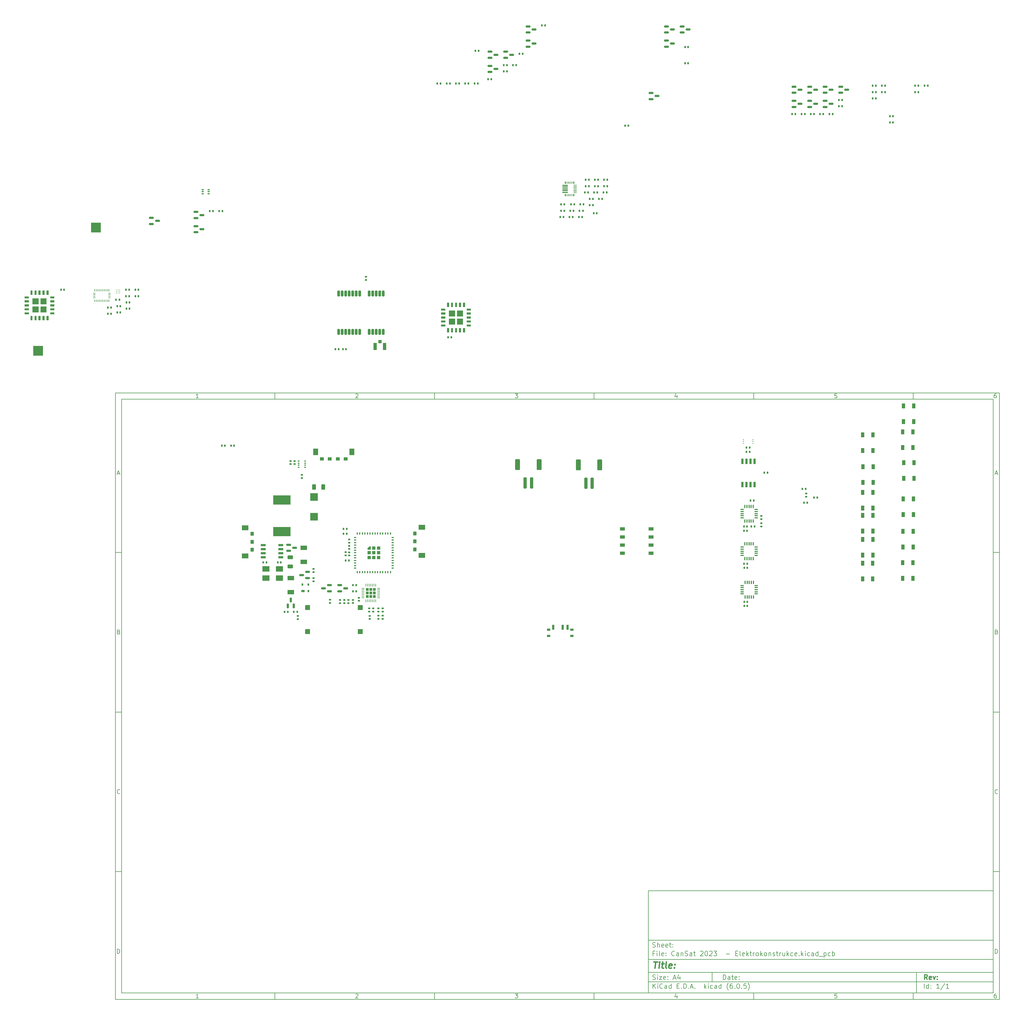
<source format=gbr>
%TF.GenerationSoftware,KiCad,Pcbnew,(6.0.5)*%
%TF.CreationDate,2022-11-07T11:26:13+01:00*%
%TF.ProjectId,CanSat 2023  - Elektrokonstrukce,43616e53-6174-4203-9230-323320202d20,rev?*%
%TF.SameCoordinates,Original*%
%TF.FileFunction,Paste,Top*%
%TF.FilePolarity,Positive*%
%FSLAX46Y46*%
G04 Gerber Fmt 4.6, Leading zero omitted, Abs format (unit mm)*
G04 Created by KiCad (PCBNEW (6.0.5)) date 2022-11-07 11:26:13*
%MOMM*%
%LPD*%
G01*
G04 APERTURE LIST*
G04 Aperture macros list*
%AMRoundRect*
0 Rectangle with rounded corners*
0 $1 Rounding radius*
0 $2 $3 $4 $5 $6 $7 $8 $9 X,Y pos of 4 corners*
0 Add a 4 corners polygon primitive as box body*
4,1,4,$2,$3,$4,$5,$6,$7,$8,$9,$2,$3,0*
0 Add four circle primitives for the rounded corners*
1,1,$1+$1,$2,$3*
1,1,$1+$1,$4,$5*
1,1,$1+$1,$6,$7*
1,1,$1+$1,$8,$9*
0 Add four rect primitives between the rounded corners*
20,1,$1+$1,$2,$3,$4,$5,0*
20,1,$1+$1,$4,$5,$6,$7,0*
20,1,$1+$1,$6,$7,$8,$9,0*
20,1,$1+$1,$8,$9,$2,$3,0*%
%AMOutline5P*
0 Free polygon, 5 corners , with rotation*
0 The origin of the aperture is its center*
0 number of corners: always 5*
0 $1 to $10 corner X, Y*
0 $11 Rotation angle, in degrees counterclockwise*
0 create outline with 5 corners*
4,1,5,$1,$2,$3,$4,$5,$6,$7,$8,$9,$10,$1,$2,$11*%
%AMOutline6P*
0 Free polygon, 6 corners , with rotation*
0 The origin of the aperture is its center*
0 number of corners: always 6*
0 $1 to $12 corner X, Y*
0 $13 Rotation angle, in degrees counterclockwise*
0 create outline with 6 corners*
4,1,6,$1,$2,$3,$4,$5,$6,$7,$8,$9,$10,$11,$12,$1,$2,$13*%
%AMOutline7P*
0 Free polygon, 7 corners , with rotation*
0 The origin of the aperture is its center*
0 number of corners: always 7*
0 $1 to $14 corner X, Y*
0 $15 Rotation angle, in degrees counterclockwise*
0 create outline with 7 corners*
4,1,7,$1,$2,$3,$4,$5,$6,$7,$8,$9,$10,$11,$12,$13,$14,$1,$2,$15*%
%AMOutline8P*
0 Free polygon, 8 corners , with rotation*
0 The origin of the aperture is its center*
0 number of corners: always 8*
0 $1 to $16 corner X, Y*
0 $17 Rotation angle, in degrees counterclockwise*
0 create outline with 8 corners*
4,1,8,$1,$2,$3,$4,$5,$6,$7,$8,$9,$10,$11,$12,$13,$14,$15,$16,$1,$2,$17*%
G04 Aperture macros list end*
%ADD10C,0.100000*%
%ADD11C,0.150000*%
%ADD12C,0.300000*%
%ADD13C,0.400000*%
%ADD14C,0.010000*%
%ADD15R,1.500000X1.500000*%
%ADD16R,0.254000X0.675000*%
%ADD17R,0.675000X0.254000*%
%ADD18R,1.000000X1.500000*%
%ADD19RoundRect,0.135000X-0.135000X-0.185000X0.135000X-0.185000X0.135000X0.185000X-0.135000X0.185000X0*%
%ADD20RoundRect,0.135000X0.135000X0.185000X-0.135000X0.185000X-0.135000X-0.185000X0.135000X-0.185000X0*%
%ADD21R,1.300000X1.000000*%
%ADD22R,1.500000X2.150000*%
%ADD23RoundRect,0.140000X-0.170000X0.140000X-0.170000X-0.140000X0.170000X-0.140000X0.170000X0.140000X0*%
%ADD24RoundRect,0.150000X-0.587500X-0.150000X0.587500X-0.150000X0.587500X0.150000X-0.587500X0.150000X0*%
%ADD25RoundRect,0.250000X0.250000X1.500000X-0.250000X1.500000X-0.250000X-1.500000X0.250000X-1.500000X0*%
%ADD26RoundRect,0.250001X0.499999X1.449999X-0.499999X1.449999X-0.499999X-1.449999X0.499999X-1.449999X0*%
%ADD27RoundRect,0.135000X-0.185000X0.135000X-0.185000X-0.135000X0.185000X-0.135000X0.185000X0.135000X0*%
%ADD28RoundRect,0.140000X0.170000X-0.140000X0.170000X0.140000X-0.170000X0.140000X-0.170000X-0.140000X0*%
%ADD29RoundRect,0.140000X-0.140000X-0.170000X0.140000X-0.170000X0.140000X0.170000X-0.140000X0.170000X0*%
%ADD30R,0.800000X0.400000*%
%ADD31R,0.400000X0.800000*%
%ADD32R,1.000000X1.000000*%
%ADD33Outline5P,-0.500000X0.000000X0.000000X0.500000X0.500000X0.500000X0.500000X-0.500000X-0.500000X-0.500000X0.000000*%
%ADD34R,1.500000X1.100000*%
%ADD35R,1.525000X0.650000*%
%ADD36RoundRect,0.150000X0.587500X0.150000X-0.587500X0.150000X-0.587500X-0.150000X0.587500X-0.150000X0*%
%ADD37R,1.000000X1.050000*%
%ADD38R,1.050000X2.200000*%
%ADD39RoundRect,0.140000X0.140000X0.170000X-0.140000X0.170000X-0.140000X-0.170000X0.140000X-0.170000X0*%
%ADD40R,2.100000X1.400000*%
%ADD41RoundRect,0.250000X0.625000X-0.312500X0.625000X0.312500X-0.625000X0.312500X-0.625000X-0.312500X0*%
%ADD42R,3.170000X3.170000*%
%ADD43RoundRect,0.147500X0.172500X-0.147500X0.172500X0.147500X-0.172500X0.147500X-0.172500X-0.147500X0*%
%ADD44RoundRect,0.135000X0.185000X-0.135000X0.185000X0.135000X-0.185000X0.135000X-0.185000X-0.135000X0*%
%ADD45R,0.650000X0.400000*%
%ADD46R,0.500000X0.350000*%
%ADD47RoundRect,0.147500X-0.147500X-0.172500X0.147500X-0.172500X0.147500X0.172500X-0.147500X0.172500X0*%
%ADD48R,1.000000X1.300000*%
%ADD49R,2.150000X1.500000*%
%ADD50R,1.100000X0.300000*%
%ADD51R,0.300000X1.100000*%
%ADD52C,0.200000*%
%ADD53RoundRect,0.150000X0.150000X-0.587500X0.150000X0.587500X-0.150000X0.587500X-0.150000X-0.587500X0*%
%ADD54R,1.000000X0.700000*%
%ADD55R,0.600000X0.700000*%
%ADD56RoundRect,0.147500X-0.172500X0.147500X-0.172500X-0.147500X0.172500X-0.147500X0.172500X0.147500X0*%
%ADD57R,1.800000X0.300000*%
%ADD58R,0.300000X0.700000*%
%ADD59R,0.200000X0.700000*%
%ADD60R,1.050000X0.200000*%
%ADD61R,2.300000X1.800000*%
%ADD62R,0.700000X1.500000*%
%ADD63R,1.000000X0.800000*%
%ADD64RoundRect,0.147500X0.147500X0.172500X-0.147500X0.172500X-0.147500X-0.172500X0.147500X-0.172500X0*%
%ADD65R,2.450000X2.350000*%
%ADD66RoundRect,0.250000X-0.312500X-0.625000X0.312500X-0.625000X0.312500X0.625000X-0.312500X0.625000X0*%
%ADD67R,5.400000X2.900000*%
%ADD68R,0.400000X0.250000*%
%ADD69R,0.650000X1.700000*%
%ADD70RoundRect,0.200000X0.200000X-0.700000X0.200000X0.700000X-0.200000X0.700000X-0.200000X-0.700000X0*%
%ADD71RoundRect,0.225000X-0.225000X-0.225000X0.225000X-0.225000X0.225000X0.225000X-0.225000X0.225000X0*%
%ADD72RoundRect,0.062500X-0.337500X-0.062500X0.337500X-0.062500X0.337500X0.062500X-0.337500X0.062500X0*%
%ADD73RoundRect,0.062500X-0.062500X-0.337500X0.062500X-0.337500X0.062500X0.337500X-0.062500X0.337500X0*%
G04 APERTURE END LIST*
D10*
D11*
X177002200Y-166007200D02*
X177002200Y-198007200D01*
X285002200Y-198007200D01*
X285002200Y-166007200D01*
X177002200Y-166007200D01*
D10*
D11*
X10000000Y-10000000D02*
X10000000Y-200007200D01*
X287002200Y-200007200D01*
X287002200Y-10000000D01*
X10000000Y-10000000D01*
D10*
D11*
X12000000Y-12000000D02*
X12000000Y-198007200D01*
X285002200Y-198007200D01*
X285002200Y-12000000D01*
X12000000Y-12000000D01*
D10*
D11*
X60000000Y-12000000D02*
X60000000Y-10000000D01*
D10*
D11*
X110000000Y-12000000D02*
X110000000Y-10000000D01*
D10*
D11*
X160000000Y-12000000D02*
X160000000Y-10000000D01*
D10*
D11*
X210000000Y-12000000D02*
X210000000Y-10000000D01*
D10*
D11*
X260000000Y-12000000D02*
X260000000Y-10000000D01*
D10*
D11*
X36065476Y-11588095D02*
X35322619Y-11588095D01*
X35694047Y-11588095D02*
X35694047Y-10288095D01*
X35570238Y-10473809D01*
X35446428Y-10597619D01*
X35322619Y-10659523D01*
D10*
D11*
X85322619Y-10411904D02*
X85384523Y-10350000D01*
X85508333Y-10288095D01*
X85817857Y-10288095D01*
X85941666Y-10350000D01*
X86003571Y-10411904D01*
X86065476Y-10535714D01*
X86065476Y-10659523D01*
X86003571Y-10845238D01*
X85260714Y-11588095D01*
X86065476Y-11588095D01*
D10*
D11*
X135260714Y-10288095D02*
X136065476Y-10288095D01*
X135632142Y-10783333D01*
X135817857Y-10783333D01*
X135941666Y-10845238D01*
X136003571Y-10907142D01*
X136065476Y-11030952D01*
X136065476Y-11340476D01*
X136003571Y-11464285D01*
X135941666Y-11526190D01*
X135817857Y-11588095D01*
X135446428Y-11588095D01*
X135322619Y-11526190D01*
X135260714Y-11464285D01*
D10*
D11*
X185941666Y-10721428D02*
X185941666Y-11588095D01*
X185632142Y-10226190D02*
X185322619Y-11154761D01*
X186127380Y-11154761D01*
D10*
D11*
X236003571Y-10288095D02*
X235384523Y-10288095D01*
X235322619Y-10907142D01*
X235384523Y-10845238D01*
X235508333Y-10783333D01*
X235817857Y-10783333D01*
X235941666Y-10845238D01*
X236003571Y-10907142D01*
X236065476Y-11030952D01*
X236065476Y-11340476D01*
X236003571Y-11464285D01*
X235941666Y-11526190D01*
X235817857Y-11588095D01*
X235508333Y-11588095D01*
X235384523Y-11526190D01*
X235322619Y-11464285D01*
D10*
D11*
X285941666Y-10288095D02*
X285694047Y-10288095D01*
X285570238Y-10350000D01*
X285508333Y-10411904D01*
X285384523Y-10597619D01*
X285322619Y-10845238D01*
X285322619Y-11340476D01*
X285384523Y-11464285D01*
X285446428Y-11526190D01*
X285570238Y-11588095D01*
X285817857Y-11588095D01*
X285941666Y-11526190D01*
X286003571Y-11464285D01*
X286065476Y-11340476D01*
X286065476Y-11030952D01*
X286003571Y-10907142D01*
X285941666Y-10845238D01*
X285817857Y-10783333D01*
X285570238Y-10783333D01*
X285446428Y-10845238D01*
X285384523Y-10907142D01*
X285322619Y-11030952D01*
D10*
D11*
X60000000Y-198007200D02*
X60000000Y-200007200D01*
D10*
D11*
X110000000Y-198007200D02*
X110000000Y-200007200D01*
D10*
D11*
X160000000Y-198007200D02*
X160000000Y-200007200D01*
D10*
D11*
X210000000Y-198007200D02*
X210000000Y-200007200D01*
D10*
D11*
X260000000Y-198007200D02*
X260000000Y-200007200D01*
D10*
D11*
X36065476Y-199595295D02*
X35322619Y-199595295D01*
X35694047Y-199595295D02*
X35694047Y-198295295D01*
X35570238Y-198481009D01*
X35446428Y-198604819D01*
X35322619Y-198666723D01*
D10*
D11*
X85322619Y-198419104D02*
X85384523Y-198357200D01*
X85508333Y-198295295D01*
X85817857Y-198295295D01*
X85941666Y-198357200D01*
X86003571Y-198419104D01*
X86065476Y-198542914D01*
X86065476Y-198666723D01*
X86003571Y-198852438D01*
X85260714Y-199595295D01*
X86065476Y-199595295D01*
D10*
D11*
X135260714Y-198295295D02*
X136065476Y-198295295D01*
X135632142Y-198790533D01*
X135817857Y-198790533D01*
X135941666Y-198852438D01*
X136003571Y-198914342D01*
X136065476Y-199038152D01*
X136065476Y-199347676D01*
X136003571Y-199471485D01*
X135941666Y-199533390D01*
X135817857Y-199595295D01*
X135446428Y-199595295D01*
X135322619Y-199533390D01*
X135260714Y-199471485D01*
D10*
D11*
X185941666Y-198728628D02*
X185941666Y-199595295D01*
X185632142Y-198233390D02*
X185322619Y-199161961D01*
X186127380Y-199161961D01*
D10*
D11*
X236003571Y-198295295D02*
X235384523Y-198295295D01*
X235322619Y-198914342D01*
X235384523Y-198852438D01*
X235508333Y-198790533D01*
X235817857Y-198790533D01*
X235941666Y-198852438D01*
X236003571Y-198914342D01*
X236065476Y-199038152D01*
X236065476Y-199347676D01*
X236003571Y-199471485D01*
X235941666Y-199533390D01*
X235817857Y-199595295D01*
X235508333Y-199595295D01*
X235384523Y-199533390D01*
X235322619Y-199471485D01*
D10*
D11*
X285941666Y-198295295D02*
X285694047Y-198295295D01*
X285570238Y-198357200D01*
X285508333Y-198419104D01*
X285384523Y-198604819D01*
X285322619Y-198852438D01*
X285322619Y-199347676D01*
X285384523Y-199471485D01*
X285446428Y-199533390D01*
X285570238Y-199595295D01*
X285817857Y-199595295D01*
X285941666Y-199533390D01*
X286003571Y-199471485D01*
X286065476Y-199347676D01*
X286065476Y-199038152D01*
X286003571Y-198914342D01*
X285941666Y-198852438D01*
X285817857Y-198790533D01*
X285570238Y-198790533D01*
X285446428Y-198852438D01*
X285384523Y-198914342D01*
X285322619Y-199038152D01*
D10*
D11*
X10000000Y-60000000D02*
X12000000Y-60000000D01*
D10*
D11*
X10000000Y-110000000D02*
X12000000Y-110000000D01*
D10*
D11*
X10000000Y-160000000D02*
X12000000Y-160000000D01*
D10*
D11*
X10690476Y-35216666D02*
X11309523Y-35216666D01*
X10566666Y-35588095D02*
X11000000Y-34288095D01*
X11433333Y-35588095D01*
D10*
D11*
X11092857Y-84907142D02*
X11278571Y-84969047D01*
X11340476Y-85030952D01*
X11402380Y-85154761D01*
X11402380Y-85340476D01*
X11340476Y-85464285D01*
X11278571Y-85526190D01*
X11154761Y-85588095D01*
X10659523Y-85588095D01*
X10659523Y-84288095D01*
X11092857Y-84288095D01*
X11216666Y-84350000D01*
X11278571Y-84411904D01*
X11340476Y-84535714D01*
X11340476Y-84659523D01*
X11278571Y-84783333D01*
X11216666Y-84845238D01*
X11092857Y-84907142D01*
X10659523Y-84907142D01*
D10*
D11*
X11402380Y-135464285D02*
X11340476Y-135526190D01*
X11154761Y-135588095D01*
X11030952Y-135588095D01*
X10845238Y-135526190D01*
X10721428Y-135402380D01*
X10659523Y-135278571D01*
X10597619Y-135030952D01*
X10597619Y-134845238D01*
X10659523Y-134597619D01*
X10721428Y-134473809D01*
X10845238Y-134350000D01*
X11030952Y-134288095D01*
X11154761Y-134288095D01*
X11340476Y-134350000D01*
X11402380Y-134411904D01*
D10*
D11*
X10659523Y-185588095D02*
X10659523Y-184288095D01*
X10969047Y-184288095D01*
X11154761Y-184350000D01*
X11278571Y-184473809D01*
X11340476Y-184597619D01*
X11402380Y-184845238D01*
X11402380Y-185030952D01*
X11340476Y-185278571D01*
X11278571Y-185402380D01*
X11154761Y-185526190D01*
X10969047Y-185588095D01*
X10659523Y-185588095D01*
D10*
D11*
X287002200Y-60000000D02*
X285002200Y-60000000D01*
D10*
D11*
X287002200Y-110000000D02*
X285002200Y-110000000D01*
D10*
D11*
X287002200Y-160000000D02*
X285002200Y-160000000D01*
D10*
D11*
X285692676Y-35216666D02*
X286311723Y-35216666D01*
X285568866Y-35588095D02*
X286002200Y-34288095D01*
X286435533Y-35588095D01*
D10*
D11*
X286095057Y-84907142D02*
X286280771Y-84969047D01*
X286342676Y-85030952D01*
X286404580Y-85154761D01*
X286404580Y-85340476D01*
X286342676Y-85464285D01*
X286280771Y-85526190D01*
X286156961Y-85588095D01*
X285661723Y-85588095D01*
X285661723Y-84288095D01*
X286095057Y-84288095D01*
X286218866Y-84350000D01*
X286280771Y-84411904D01*
X286342676Y-84535714D01*
X286342676Y-84659523D01*
X286280771Y-84783333D01*
X286218866Y-84845238D01*
X286095057Y-84907142D01*
X285661723Y-84907142D01*
D10*
D11*
X286404580Y-135464285D02*
X286342676Y-135526190D01*
X286156961Y-135588095D01*
X286033152Y-135588095D01*
X285847438Y-135526190D01*
X285723628Y-135402380D01*
X285661723Y-135278571D01*
X285599819Y-135030952D01*
X285599819Y-134845238D01*
X285661723Y-134597619D01*
X285723628Y-134473809D01*
X285847438Y-134350000D01*
X286033152Y-134288095D01*
X286156961Y-134288095D01*
X286342676Y-134350000D01*
X286404580Y-134411904D01*
D10*
D11*
X285661723Y-185588095D02*
X285661723Y-184288095D01*
X285971247Y-184288095D01*
X286156961Y-184350000D01*
X286280771Y-184473809D01*
X286342676Y-184597619D01*
X286404580Y-184845238D01*
X286404580Y-185030952D01*
X286342676Y-185278571D01*
X286280771Y-185402380D01*
X286156961Y-185526190D01*
X285971247Y-185588095D01*
X285661723Y-185588095D01*
D10*
D11*
X200434342Y-193785771D02*
X200434342Y-192285771D01*
X200791485Y-192285771D01*
X201005771Y-192357200D01*
X201148628Y-192500057D01*
X201220057Y-192642914D01*
X201291485Y-192928628D01*
X201291485Y-193142914D01*
X201220057Y-193428628D01*
X201148628Y-193571485D01*
X201005771Y-193714342D01*
X200791485Y-193785771D01*
X200434342Y-193785771D01*
X202577200Y-193785771D02*
X202577200Y-193000057D01*
X202505771Y-192857200D01*
X202362914Y-192785771D01*
X202077200Y-192785771D01*
X201934342Y-192857200D01*
X202577200Y-193714342D02*
X202434342Y-193785771D01*
X202077200Y-193785771D01*
X201934342Y-193714342D01*
X201862914Y-193571485D01*
X201862914Y-193428628D01*
X201934342Y-193285771D01*
X202077200Y-193214342D01*
X202434342Y-193214342D01*
X202577200Y-193142914D01*
X203077200Y-192785771D02*
X203648628Y-192785771D01*
X203291485Y-192285771D02*
X203291485Y-193571485D01*
X203362914Y-193714342D01*
X203505771Y-193785771D01*
X203648628Y-193785771D01*
X204720057Y-193714342D02*
X204577200Y-193785771D01*
X204291485Y-193785771D01*
X204148628Y-193714342D01*
X204077200Y-193571485D01*
X204077200Y-193000057D01*
X204148628Y-192857200D01*
X204291485Y-192785771D01*
X204577200Y-192785771D01*
X204720057Y-192857200D01*
X204791485Y-193000057D01*
X204791485Y-193142914D01*
X204077200Y-193285771D01*
X205434342Y-193642914D02*
X205505771Y-193714342D01*
X205434342Y-193785771D01*
X205362914Y-193714342D01*
X205434342Y-193642914D01*
X205434342Y-193785771D01*
X205434342Y-192857200D02*
X205505771Y-192928628D01*
X205434342Y-193000057D01*
X205362914Y-192928628D01*
X205434342Y-192857200D01*
X205434342Y-193000057D01*
D10*
D11*
X177002200Y-194507200D02*
X285002200Y-194507200D01*
D10*
D11*
X178434342Y-196585771D02*
X178434342Y-195085771D01*
X179291485Y-196585771D02*
X178648628Y-195728628D01*
X179291485Y-195085771D02*
X178434342Y-195942914D01*
X179934342Y-196585771D02*
X179934342Y-195585771D01*
X179934342Y-195085771D02*
X179862914Y-195157200D01*
X179934342Y-195228628D01*
X180005771Y-195157200D01*
X179934342Y-195085771D01*
X179934342Y-195228628D01*
X181505771Y-196442914D02*
X181434342Y-196514342D01*
X181220057Y-196585771D01*
X181077200Y-196585771D01*
X180862914Y-196514342D01*
X180720057Y-196371485D01*
X180648628Y-196228628D01*
X180577200Y-195942914D01*
X180577200Y-195728628D01*
X180648628Y-195442914D01*
X180720057Y-195300057D01*
X180862914Y-195157200D01*
X181077200Y-195085771D01*
X181220057Y-195085771D01*
X181434342Y-195157200D01*
X181505771Y-195228628D01*
X182791485Y-196585771D02*
X182791485Y-195800057D01*
X182720057Y-195657200D01*
X182577200Y-195585771D01*
X182291485Y-195585771D01*
X182148628Y-195657200D01*
X182791485Y-196514342D02*
X182648628Y-196585771D01*
X182291485Y-196585771D01*
X182148628Y-196514342D01*
X182077200Y-196371485D01*
X182077200Y-196228628D01*
X182148628Y-196085771D01*
X182291485Y-196014342D01*
X182648628Y-196014342D01*
X182791485Y-195942914D01*
X184148628Y-196585771D02*
X184148628Y-195085771D01*
X184148628Y-196514342D02*
X184005771Y-196585771D01*
X183720057Y-196585771D01*
X183577200Y-196514342D01*
X183505771Y-196442914D01*
X183434342Y-196300057D01*
X183434342Y-195871485D01*
X183505771Y-195728628D01*
X183577200Y-195657200D01*
X183720057Y-195585771D01*
X184005771Y-195585771D01*
X184148628Y-195657200D01*
X186005771Y-195800057D02*
X186505771Y-195800057D01*
X186720057Y-196585771D02*
X186005771Y-196585771D01*
X186005771Y-195085771D01*
X186720057Y-195085771D01*
X187362914Y-196442914D02*
X187434342Y-196514342D01*
X187362914Y-196585771D01*
X187291485Y-196514342D01*
X187362914Y-196442914D01*
X187362914Y-196585771D01*
X188077200Y-196585771D02*
X188077200Y-195085771D01*
X188434342Y-195085771D01*
X188648628Y-195157200D01*
X188791485Y-195300057D01*
X188862914Y-195442914D01*
X188934342Y-195728628D01*
X188934342Y-195942914D01*
X188862914Y-196228628D01*
X188791485Y-196371485D01*
X188648628Y-196514342D01*
X188434342Y-196585771D01*
X188077200Y-196585771D01*
X189577200Y-196442914D02*
X189648628Y-196514342D01*
X189577200Y-196585771D01*
X189505771Y-196514342D01*
X189577200Y-196442914D01*
X189577200Y-196585771D01*
X190220057Y-196157200D02*
X190934342Y-196157200D01*
X190077200Y-196585771D02*
X190577200Y-195085771D01*
X191077200Y-196585771D01*
X191577200Y-196442914D02*
X191648628Y-196514342D01*
X191577200Y-196585771D01*
X191505771Y-196514342D01*
X191577200Y-196442914D01*
X191577200Y-196585771D01*
X194577200Y-196585771D02*
X194577200Y-195085771D01*
X194720057Y-196014342D02*
X195148628Y-196585771D01*
X195148628Y-195585771D02*
X194577200Y-196157200D01*
X195791485Y-196585771D02*
X195791485Y-195585771D01*
X195791485Y-195085771D02*
X195720057Y-195157200D01*
X195791485Y-195228628D01*
X195862914Y-195157200D01*
X195791485Y-195085771D01*
X195791485Y-195228628D01*
X197148628Y-196514342D02*
X197005771Y-196585771D01*
X196720057Y-196585771D01*
X196577200Y-196514342D01*
X196505771Y-196442914D01*
X196434342Y-196300057D01*
X196434342Y-195871485D01*
X196505771Y-195728628D01*
X196577200Y-195657200D01*
X196720057Y-195585771D01*
X197005771Y-195585771D01*
X197148628Y-195657200D01*
X198434342Y-196585771D02*
X198434342Y-195800057D01*
X198362914Y-195657200D01*
X198220057Y-195585771D01*
X197934342Y-195585771D01*
X197791485Y-195657200D01*
X198434342Y-196514342D02*
X198291485Y-196585771D01*
X197934342Y-196585771D01*
X197791485Y-196514342D01*
X197720057Y-196371485D01*
X197720057Y-196228628D01*
X197791485Y-196085771D01*
X197934342Y-196014342D01*
X198291485Y-196014342D01*
X198434342Y-195942914D01*
X199791485Y-196585771D02*
X199791485Y-195085771D01*
X199791485Y-196514342D02*
X199648628Y-196585771D01*
X199362914Y-196585771D01*
X199220057Y-196514342D01*
X199148628Y-196442914D01*
X199077200Y-196300057D01*
X199077200Y-195871485D01*
X199148628Y-195728628D01*
X199220057Y-195657200D01*
X199362914Y-195585771D01*
X199648628Y-195585771D01*
X199791485Y-195657200D01*
X202077200Y-197157200D02*
X202005771Y-197085771D01*
X201862914Y-196871485D01*
X201791485Y-196728628D01*
X201720057Y-196514342D01*
X201648628Y-196157200D01*
X201648628Y-195871485D01*
X201720057Y-195514342D01*
X201791485Y-195300057D01*
X201862914Y-195157200D01*
X202005771Y-194942914D01*
X202077200Y-194871485D01*
X203291485Y-195085771D02*
X203005771Y-195085771D01*
X202862914Y-195157200D01*
X202791485Y-195228628D01*
X202648628Y-195442914D01*
X202577200Y-195728628D01*
X202577200Y-196300057D01*
X202648628Y-196442914D01*
X202720057Y-196514342D01*
X202862914Y-196585771D01*
X203148628Y-196585771D01*
X203291485Y-196514342D01*
X203362914Y-196442914D01*
X203434342Y-196300057D01*
X203434342Y-195942914D01*
X203362914Y-195800057D01*
X203291485Y-195728628D01*
X203148628Y-195657200D01*
X202862914Y-195657200D01*
X202720057Y-195728628D01*
X202648628Y-195800057D01*
X202577200Y-195942914D01*
X204077200Y-196442914D02*
X204148628Y-196514342D01*
X204077200Y-196585771D01*
X204005771Y-196514342D01*
X204077200Y-196442914D01*
X204077200Y-196585771D01*
X205077200Y-195085771D02*
X205220057Y-195085771D01*
X205362914Y-195157200D01*
X205434342Y-195228628D01*
X205505771Y-195371485D01*
X205577200Y-195657200D01*
X205577200Y-196014342D01*
X205505771Y-196300057D01*
X205434342Y-196442914D01*
X205362914Y-196514342D01*
X205220057Y-196585771D01*
X205077200Y-196585771D01*
X204934342Y-196514342D01*
X204862914Y-196442914D01*
X204791485Y-196300057D01*
X204720057Y-196014342D01*
X204720057Y-195657200D01*
X204791485Y-195371485D01*
X204862914Y-195228628D01*
X204934342Y-195157200D01*
X205077200Y-195085771D01*
X206220057Y-196442914D02*
X206291485Y-196514342D01*
X206220057Y-196585771D01*
X206148628Y-196514342D01*
X206220057Y-196442914D01*
X206220057Y-196585771D01*
X207648628Y-195085771D02*
X206934342Y-195085771D01*
X206862914Y-195800057D01*
X206934342Y-195728628D01*
X207077200Y-195657200D01*
X207434342Y-195657200D01*
X207577200Y-195728628D01*
X207648628Y-195800057D01*
X207720057Y-195942914D01*
X207720057Y-196300057D01*
X207648628Y-196442914D01*
X207577200Y-196514342D01*
X207434342Y-196585771D01*
X207077200Y-196585771D01*
X206934342Y-196514342D01*
X206862914Y-196442914D01*
X208220057Y-197157200D02*
X208291485Y-197085771D01*
X208434342Y-196871485D01*
X208505771Y-196728628D01*
X208577200Y-196514342D01*
X208648628Y-196157200D01*
X208648628Y-195871485D01*
X208577200Y-195514342D01*
X208505771Y-195300057D01*
X208434342Y-195157200D01*
X208291485Y-194942914D01*
X208220057Y-194871485D01*
D10*
D11*
X177002200Y-191507200D02*
X285002200Y-191507200D01*
D10*
D12*
X264411485Y-193785771D02*
X263911485Y-193071485D01*
X263554342Y-193785771D02*
X263554342Y-192285771D01*
X264125771Y-192285771D01*
X264268628Y-192357200D01*
X264340057Y-192428628D01*
X264411485Y-192571485D01*
X264411485Y-192785771D01*
X264340057Y-192928628D01*
X264268628Y-193000057D01*
X264125771Y-193071485D01*
X263554342Y-193071485D01*
X265625771Y-193714342D02*
X265482914Y-193785771D01*
X265197200Y-193785771D01*
X265054342Y-193714342D01*
X264982914Y-193571485D01*
X264982914Y-193000057D01*
X265054342Y-192857200D01*
X265197200Y-192785771D01*
X265482914Y-192785771D01*
X265625771Y-192857200D01*
X265697200Y-193000057D01*
X265697200Y-193142914D01*
X264982914Y-193285771D01*
X266197200Y-192785771D02*
X266554342Y-193785771D01*
X266911485Y-192785771D01*
X267482914Y-193642914D02*
X267554342Y-193714342D01*
X267482914Y-193785771D01*
X267411485Y-193714342D01*
X267482914Y-193642914D01*
X267482914Y-193785771D01*
X267482914Y-192857200D02*
X267554342Y-192928628D01*
X267482914Y-193000057D01*
X267411485Y-192928628D01*
X267482914Y-192857200D01*
X267482914Y-193000057D01*
D10*
D11*
X178362914Y-193714342D02*
X178577200Y-193785771D01*
X178934342Y-193785771D01*
X179077200Y-193714342D01*
X179148628Y-193642914D01*
X179220057Y-193500057D01*
X179220057Y-193357200D01*
X179148628Y-193214342D01*
X179077200Y-193142914D01*
X178934342Y-193071485D01*
X178648628Y-193000057D01*
X178505771Y-192928628D01*
X178434342Y-192857200D01*
X178362914Y-192714342D01*
X178362914Y-192571485D01*
X178434342Y-192428628D01*
X178505771Y-192357200D01*
X178648628Y-192285771D01*
X179005771Y-192285771D01*
X179220057Y-192357200D01*
X179862914Y-193785771D02*
X179862914Y-192785771D01*
X179862914Y-192285771D02*
X179791485Y-192357200D01*
X179862914Y-192428628D01*
X179934342Y-192357200D01*
X179862914Y-192285771D01*
X179862914Y-192428628D01*
X180434342Y-192785771D02*
X181220057Y-192785771D01*
X180434342Y-193785771D01*
X181220057Y-193785771D01*
X182362914Y-193714342D02*
X182220057Y-193785771D01*
X181934342Y-193785771D01*
X181791485Y-193714342D01*
X181720057Y-193571485D01*
X181720057Y-193000057D01*
X181791485Y-192857200D01*
X181934342Y-192785771D01*
X182220057Y-192785771D01*
X182362914Y-192857200D01*
X182434342Y-193000057D01*
X182434342Y-193142914D01*
X181720057Y-193285771D01*
X183077200Y-193642914D02*
X183148628Y-193714342D01*
X183077200Y-193785771D01*
X183005771Y-193714342D01*
X183077200Y-193642914D01*
X183077200Y-193785771D01*
X183077200Y-192857200D02*
X183148628Y-192928628D01*
X183077200Y-193000057D01*
X183005771Y-192928628D01*
X183077200Y-192857200D01*
X183077200Y-193000057D01*
X184862914Y-193357200D02*
X185577200Y-193357200D01*
X184720057Y-193785771D02*
X185220057Y-192285771D01*
X185720057Y-193785771D01*
X186862914Y-192785771D02*
X186862914Y-193785771D01*
X186505771Y-192214342D02*
X186148628Y-193285771D01*
X187077200Y-193285771D01*
D10*
D11*
X263434342Y-196585771D02*
X263434342Y-195085771D01*
X264791485Y-196585771D02*
X264791485Y-195085771D01*
X264791485Y-196514342D02*
X264648628Y-196585771D01*
X264362914Y-196585771D01*
X264220057Y-196514342D01*
X264148628Y-196442914D01*
X264077200Y-196300057D01*
X264077200Y-195871485D01*
X264148628Y-195728628D01*
X264220057Y-195657200D01*
X264362914Y-195585771D01*
X264648628Y-195585771D01*
X264791485Y-195657200D01*
X265505771Y-196442914D02*
X265577200Y-196514342D01*
X265505771Y-196585771D01*
X265434342Y-196514342D01*
X265505771Y-196442914D01*
X265505771Y-196585771D01*
X265505771Y-195657200D02*
X265577200Y-195728628D01*
X265505771Y-195800057D01*
X265434342Y-195728628D01*
X265505771Y-195657200D01*
X265505771Y-195800057D01*
X268148628Y-196585771D02*
X267291485Y-196585771D01*
X267720057Y-196585771D02*
X267720057Y-195085771D01*
X267577200Y-195300057D01*
X267434342Y-195442914D01*
X267291485Y-195514342D01*
X269862914Y-195014342D02*
X268577200Y-196942914D01*
X271148628Y-196585771D02*
X270291485Y-196585771D01*
X270720057Y-196585771D02*
X270720057Y-195085771D01*
X270577200Y-195300057D01*
X270434342Y-195442914D01*
X270291485Y-195514342D01*
D10*
D11*
X177002200Y-187507200D02*
X285002200Y-187507200D01*
D10*
D13*
X178714580Y-188211961D02*
X179857438Y-188211961D01*
X179036009Y-190211961D02*
X179286009Y-188211961D01*
X180274104Y-190211961D02*
X180440771Y-188878628D01*
X180524104Y-188211961D02*
X180416961Y-188307200D01*
X180500295Y-188402438D01*
X180607438Y-188307200D01*
X180524104Y-188211961D01*
X180500295Y-188402438D01*
X181107438Y-188878628D02*
X181869342Y-188878628D01*
X181476485Y-188211961D02*
X181262200Y-189926247D01*
X181333628Y-190116723D01*
X181512200Y-190211961D01*
X181702676Y-190211961D01*
X182655057Y-190211961D02*
X182476485Y-190116723D01*
X182405057Y-189926247D01*
X182619342Y-188211961D01*
X184190771Y-190116723D02*
X183988390Y-190211961D01*
X183607438Y-190211961D01*
X183428866Y-190116723D01*
X183357438Y-189926247D01*
X183452676Y-189164342D01*
X183571723Y-188973866D01*
X183774104Y-188878628D01*
X184155057Y-188878628D01*
X184333628Y-188973866D01*
X184405057Y-189164342D01*
X184381247Y-189354819D01*
X183405057Y-189545295D01*
X185155057Y-190021485D02*
X185238390Y-190116723D01*
X185131247Y-190211961D01*
X185047914Y-190116723D01*
X185155057Y-190021485D01*
X185131247Y-190211961D01*
X185286009Y-188973866D02*
X185369342Y-189069104D01*
X185262200Y-189164342D01*
X185178866Y-189069104D01*
X185286009Y-188973866D01*
X185262200Y-189164342D01*
D10*
D11*
X178934342Y-185600057D02*
X178434342Y-185600057D01*
X178434342Y-186385771D02*
X178434342Y-184885771D01*
X179148628Y-184885771D01*
X179720057Y-186385771D02*
X179720057Y-185385771D01*
X179720057Y-184885771D02*
X179648628Y-184957200D01*
X179720057Y-185028628D01*
X179791485Y-184957200D01*
X179720057Y-184885771D01*
X179720057Y-185028628D01*
X180648628Y-186385771D02*
X180505771Y-186314342D01*
X180434342Y-186171485D01*
X180434342Y-184885771D01*
X181791485Y-186314342D02*
X181648628Y-186385771D01*
X181362914Y-186385771D01*
X181220057Y-186314342D01*
X181148628Y-186171485D01*
X181148628Y-185600057D01*
X181220057Y-185457200D01*
X181362914Y-185385771D01*
X181648628Y-185385771D01*
X181791485Y-185457200D01*
X181862914Y-185600057D01*
X181862914Y-185742914D01*
X181148628Y-185885771D01*
X182505771Y-186242914D02*
X182577200Y-186314342D01*
X182505771Y-186385771D01*
X182434342Y-186314342D01*
X182505771Y-186242914D01*
X182505771Y-186385771D01*
X182505771Y-185457200D02*
X182577200Y-185528628D01*
X182505771Y-185600057D01*
X182434342Y-185528628D01*
X182505771Y-185457200D01*
X182505771Y-185600057D01*
X185220057Y-186242914D02*
X185148628Y-186314342D01*
X184934342Y-186385771D01*
X184791485Y-186385771D01*
X184577200Y-186314342D01*
X184434342Y-186171485D01*
X184362914Y-186028628D01*
X184291485Y-185742914D01*
X184291485Y-185528628D01*
X184362914Y-185242914D01*
X184434342Y-185100057D01*
X184577200Y-184957200D01*
X184791485Y-184885771D01*
X184934342Y-184885771D01*
X185148628Y-184957200D01*
X185220057Y-185028628D01*
X186505771Y-186385771D02*
X186505771Y-185600057D01*
X186434342Y-185457200D01*
X186291485Y-185385771D01*
X186005771Y-185385771D01*
X185862914Y-185457200D01*
X186505771Y-186314342D02*
X186362914Y-186385771D01*
X186005771Y-186385771D01*
X185862914Y-186314342D01*
X185791485Y-186171485D01*
X185791485Y-186028628D01*
X185862914Y-185885771D01*
X186005771Y-185814342D01*
X186362914Y-185814342D01*
X186505771Y-185742914D01*
X187220057Y-185385771D02*
X187220057Y-186385771D01*
X187220057Y-185528628D02*
X187291485Y-185457200D01*
X187434342Y-185385771D01*
X187648628Y-185385771D01*
X187791485Y-185457200D01*
X187862914Y-185600057D01*
X187862914Y-186385771D01*
X188505771Y-186314342D02*
X188720057Y-186385771D01*
X189077200Y-186385771D01*
X189220057Y-186314342D01*
X189291485Y-186242914D01*
X189362914Y-186100057D01*
X189362914Y-185957200D01*
X189291485Y-185814342D01*
X189220057Y-185742914D01*
X189077200Y-185671485D01*
X188791485Y-185600057D01*
X188648628Y-185528628D01*
X188577200Y-185457200D01*
X188505771Y-185314342D01*
X188505771Y-185171485D01*
X188577200Y-185028628D01*
X188648628Y-184957200D01*
X188791485Y-184885771D01*
X189148628Y-184885771D01*
X189362914Y-184957200D01*
X190648628Y-186385771D02*
X190648628Y-185600057D01*
X190577200Y-185457200D01*
X190434342Y-185385771D01*
X190148628Y-185385771D01*
X190005771Y-185457200D01*
X190648628Y-186314342D02*
X190505771Y-186385771D01*
X190148628Y-186385771D01*
X190005771Y-186314342D01*
X189934342Y-186171485D01*
X189934342Y-186028628D01*
X190005771Y-185885771D01*
X190148628Y-185814342D01*
X190505771Y-185814342D01*
X190648628Y-185742914D01*
X191148628Y-185385771D02*
X191720057Y-185385771D01*
X191362914Y-184885771D02*
X191362914Y-186171485D01*
X191434342Y-186314342D01*
X191577200Y-186385771D01*
X191720057Y-186385771D01*
X193291485Y-185028628D02*
X193362914Y-184957200D01*
X193505771Y-184885771D01*
X193862914Y-184885771D01*
X194005771Y-184957200D01*
X194077200Y-185028628D01*
X194148628Y-185171485D01*
X194148628Y-185314342D01*
X194077200Y-185528628D01*
X193220057Y-186385771D01*
X194148628Y-186385771D01*
X195077200Y-184885771D02*
X195220057Y-184885771D01*
X195362914Y-184957200D01*
X195434342Y-185028628D01*
X195505771Y-185171485D01*
X195577200Y-185457200D01*
X195577200Y-185814342D01*
X195505771Y-186100057D01*
X195434342Y-186242914D01*
X195362914Y-186314342D01*
X195220057Y-186385771D01*
X195077200Y-186385771D01*
X194934342Y-186314342D01*
X194862914Y-186242914D01*
X194791485Y-186100057D01*
X194720057Y-185814342D01*
X194720057Y-185457200D01*
X194791485Y-185171485D01*
X194862914Y-185028628D01*
X194934342Y-184957200D01*
X195077200Y-184885771D01*
X196148628Y-185028628D02*
X196220057Y-184957200D01*
X196362914Y-184885771D01*
X196720057Y-184885771D01*
X196862914Y-184957200D01*
X196934342Y-185028628D01*
X197005771Y-185171485D01*
X197005771Y-185314342D01*
X196934342Y-185528628D01*
X196077200Y-186385771D01*
X197005771Y-186385771D01*
X197505771Y-184885771D02*
X198434342Y-184885771D01*
X197934342Y-185457200D01*
X198148628Y-185457200D01*
X198291485Y-185528628D01*
X198362914Y-185600057D01*
X198434342Y-185742914D01*
X198434342Y-186100057D01*
X198362914Y-186242914D01*
X198291485Y-186314342D01*
X198148628Y-186385771D01*
X197720057Y-186385771D01*
X197577200Y-186314342D01*
X197505771Y-186242914D01*
X201362914Y-185814342D02*
X202505771Y-185814342D01*
X204362914Y-185600057D02*
X204862914Y-185600057D01*
X205077200Y-186385771D02*
X204362914Y-186385771D01*
X204362914Y-184885771D01*
X205077200Y-184885771D01*
X205934342Y-186385771D02*
X205791485Y-186314342D01*
X205720057Y-186171485D01*
X205720057Y-184885771D01*
X207077200Y-186314342D02*
X206934342Y-186385771D01*
X206648628Y-186385771D01*
X206505771Y-186314342D01*
X206434342Y-186171485D01*
X206434342Y-185600057D01*
X206505771Y-185457200D01*
X206648628Y-185385771D01*
X206934342Y-185385771D01*
X207077200Y-185457200D01*
X207148628Y-185600057D01*
X207148628Y-185742914D01*
X206434342Y-185885771D01*
X207791485Y-186385771D02*
X207791485Y-184885771D01*
X207934342Y-185814342D02*
X208362914Y-186385771D01*
X208362914Y-185385771D02*
X207791485Y-185957200D01*
X208791485Y-185385771D02*
X209362914Y-185385771D01*
X209005771Y-184885771D02*
X209005771Y-186171485D01*
X209077200Y-186314342D01*
X209220057Y-186385771D01*
X209362914Y-186385771D01*
X209862914Y-186385771D02*
X209862914Y-185385771D01*
X209862914Y-185671485D02*
X209934342Y-185528628D01*
X210005771Y-185457200D01*
X210148628Y-185385771D01*
X210291485Y-185385771D01*
X211005771Y-186385771D02*
X210862914Y-186314342D01*
X210791485Y-186242914D01*
X210720057Y-186100057D01*
X210720057Y-185671485D01*
X210791485Y-185528628D01*
X210862914Y-185457200D01*
X211005771Y-185385771D01*
X211220057Y-185385771D01*
X211362914Y-185457200D01*
X211434342Y-185528628D01*
X211505771Y-185671485D01*
X211505771Y-186100057D01*
X211434342Y-186242914D01*
X211362914Y-186314342D01*
X211220057Y-186385771D01*
X211005771Y-186385771D01*
X212148628Y-186385771D02*
X212148628Y-184885771D01*
X212291485Y-185814342D02*
X212720057Y-186385771D01*
X212720057Y-185385771D02*
X212148628Y-185957200D01*
X213577200Y-186385771D02*
X213434342Y-186314342D01*
X213362914Y-186242914D01*
X213291485Y-186100057D01*
X213291485Y-185671485D01*
X213362914Y-185528628D01*
X213434342Y-185457200D01*
X213577200Y-185385771D01*
X213791485Y-185385771D01*
X213934342Y-185457200D01*
X214005771Y-185528628D01*
X214077200Y-185671485D01*
X214077200Y-186100057D01*
X214005771Y-186242914D01*
X213934342Y-186314342D01*
X213791485Y-186385771D01*
X213577200Y-186385771D01*
X214720057Y-185385771D02*
X214720057Y-186385771D01*
X214720057Y-185528628D02*
X214791485Y-185457200D01*
X214934342Y-185385771D01*
X215148628Y-185385771D01*
X215291485Y-185457200D01*
X215362914Y-185600057D01*
X215362914Y-186385771D01*
X216005771Y-186314342D02*
X216148628Y-186385771D01*
X216434342Y-186385771D01*
X216577200Y-186314342D01*
X216648628Y-186171485D01*
X216648628Y-186100057D01*
X216577200Y-185957200D01*
X216434342Y-185885771D01*
X216220057Y-185885771D01*
X216077200Y-185814342D01*
X216005771Y-185671485D01*
X216005771Y-185600057D01*
X216077200Y-185457200D01*
X216220057Y-185385771D01*
X216434342Y-185385771D01*
X216577200Y-185457200D01*
X217077200Y-185385771D02*
X217648628Y-185385771D01*
X217291485Y-184885771D02*
X217291485Y-186171485D01*
X217362914Y-186314342D01*
X217505771Y-186385771D01*
X217648628Y-186385771D01*
X218148628Y-186385771D02*
X218148628Y-185385771D01*
X218148628Y-185671485D02*
X218220057Y-185528628D01*
X218291485Y-185457200D01*
X218434342Y-185385771D01*
X218577200Y-185385771D01*
X219720057Y-185385771D02*
X219720057Y-186385771D01*
X219077200Y-185385771D02*
X219077200Y-186171485D01*
X219148628Y-186314342D01*
X219291485Y-186385771D01*
X219505771Y-186385771D01*
X219648628Y-186314342D01*
X219720057Y-186242914D01*
X220434342Y-186385771D02*
X220434342Y-184885771D01*
X220577200Y-185814342D02*
X221005771Y-186385771D01*
X221005771Y-185385771D02*
X220434342Y-185957200D01*
X222291485Y-186314342D02*
X222148628Y-186385771D01*
X221862914Y-186385771D01*
X221720057Y-186314342D01*
X221648628Y-186242914D01*
X221577200Y-186100057D01*
X221577200Y-185671485D01*
X221648628Y-185528628D01*
X221720057Y-185457200D01*
X221862914Y-185385771D01*
X222148628Y-185385771D01*
X222291485Y-185457200D01*
X223505771Y-186314342D02*
X223362914Y-186385771D01*
X223077200Y-186385771D01*
X222934342Y-186314342D01*
X222862914Y-186171485D01*
X222862914Y-185600057D01*
X222934342Y-185457200D01*
X223077200Y-185385771D01*
X223362914Y-185385771D01*
X223505771Y-185457200D01*
X223577200Y-185600057D01*
X223577200Y-185742914D01*
X222862914Y-185885771D01*
X224220057Y-186242914D02*
X224291485Y-186314342D01*
X224220057Y-186385771D01*
X224148628Y-186314342D01*
X224220057Y-186242914D01*
X224220057Y-186385771D01*
X224934342Y-186385771D02*
X224934342Y-184885771D01*
X225077200Y-185814342D02*
X225505771Y-186385771D01*
X225505771Y-185385771D02*
X224934342Y-185957200D01*
X226148628Y-186385771D02*
X226148628Y-185385771D01*
X226148628Y-184885771D02*
X226077200Y-184957200D01*
X226148628Y-185028628D01*
X226220057Y-184957200D01*
X226148628Y-184885771D01*
X226148628Y-185028628D01*
X227505771Y-186314342D02*
X227362914Y-186385771D01*
X227077200Y-186385771D01*
X226934342Y-186314342D01*
X226862914Y-186242914D01*
X226791485Y-186100057D01*
X226791485Y-185671485D01*
X226862914Y-185528628D01*
X226934342Y-185457200D01*
X227077200Y-185385771D01*
X227362914Y-185385771D01*
X227505771Y-185457200D01*
X228791485Y-186385771D02*
X228791485Y-185600057D01*
X228720057Y-185457200D01*
X228577200Y-185385771D01*
X228291485Y-185385771D01*
X228148628Y-185457200D01*
X228791485Y-186314342D02*
X228648628Y-186385771D01*
X228291485Y-186385771D01*
X228148628Y-186314342D01*
X228077200Y-186171485D01*
X228077200Y-186028628D01*
X228148628Y-185885771D01*
X228291485Y-185814342D01*
X228648628Y-185814342D01*
X228791485Y-185742914D01*
X230148628Y-186385771D02*
X230148628Y-184885771D01*
X230148628Y-186314342D02*
X230005771Y-186385771D01*
X229720057Y-186385771D01*
X229577200Y-186314342D01*
X229505771Y-186242914D01*
X229434342Y-186100057D01*
X229434342Y-185671485D01*
X229505771Y-185528628D01*
X229577200Y-185457200D01*
X229720057Y-185385771D01*
X230005771Y-185385771D01*
X230148628Y-185457200D01*
X230505771Y-186528628D02*
X231648628Y-186528628D01*
X232005771Y-185385771D02*
X232005771Y-186885771D01*
X232005771Y-185457200D02*
X232148628Y-185385771D01*
X232434342Y-185385771D01*
X232577200Y-185457200D01*
X232648628Y-185528628D01*
X232720057Y-185671485D01*
X232720057Y-186100057D01*
X232648628Y-186242914D01*
X232577200Y-186314342D01*
X232434342Y-186385771D01*
X232148628Y-186385771D01*
X232005771Y-186314342D01*
X234005771Y-186314342D02*
X233862914Y-186385771D01*
X233577200Y-186385771D01*
X233434342Y-186314342D01*
X233362914Y-186242914D01*
X233291485Y-186100057D01*
X233291485Y-185671485D01*
X233362914Y-185528628D01*
X233434342Y-185457200D01*
X233577200Y-185385771D01*
X233862914Y-185385771D01*
X234005771Y-185457200D01*
X234648628Y-186385771D02*
X234648628Y-184885771D01*
X234648628Y-185457200D02*
X234791485Y-185385771D01*
X235077200Y-185385771D01*
X235220057Y-185457200D01*
X235291485Y-185528628D01*
X235362914Y-185671485D01*
X235362914Y-186100057D01*
X235291485Y-186242914D01*
X235220057Y-186314342D01*
X235077200Y-186385771D01*
X234791485Y-186385771D01*
X234648628Y-186314342D01*
D10*
D11*
X177002200Y-181507200D02*
X285002200Y-181507200D01*
D10*
D11*
X178362914Y-183614342D02*
X178577200Y-183685771D01*
X178934342Y-183685771D01*
X179077200Y-183614342D01*
X179148628Y-183542914D01*
X179220057Y-183400057D01*
X179220057Y-183257200D01*
X179148628Y-183114342D01*
X179077200Y-183042914D01*
X178934342Y-182971485D01*
X178648628Y-182900057D01*
X178505771Y-182828628D01*
X178434342Y-182757200D01*
X178362914Y-182614342D01*
X178362914Y-182471485D01*
X178434342Y-182328628D01*
X178505771Y-182257200D01*
X178648628Y-182185771D01*
X179005771Y-182185771D01*
X179220057Y-182257200D01*
X179862914Y-183685771D02*
X179862914Y-182185771D01*
X180505771Y-183685771D02*
X180505771Y-182900057D01*
X180434342Y-182757200D01*
X180291485Y-182685771D01*
X180077200Y-182685771D01*
X179934342Y-182757200D01*
X179862914Y-182828628D01*
X181791485Y-183614342D02*
X181648628Y-183685771D01*
X181362914Y-183685771D01*
X181220057Y-183614342D01*
X181148628Y-183471485D01*
X181148628Y-182900057D01*
X181220057Y-182757200D01*
X181362914Y-182685771D01*
X181648628Y-182685771D01*
X181791485Y-182757200D01*
X181862914Y-182900057D01*
X181862914Y-183042914D01*
X181148628Y-183185771D01*
X183077200Y-183614342D02*
X182934342Y-183685771D01*
X182648628Y-183685771D01*
X182505771Y-183614342D01*
X182434342Y-183471485D01*
X182434342Y-182900057D01*
X182505771Y-182757200D01*
X182648628Y-182685771D01*
X182934342Y-182685771D01*
X183077200Y-182757200D01*
X183148628Y-182900057D01*
X183148628Y-183042914D01*
X182434342Y-183185771D01*
X183577200Y-182685771D02*
X184148628Y-182685771D01*
X183791485Y-182185771D02*
X183791485Y-183471485D01*
X183862914Y-183614342D01*
X184005771Y-183685771D01*
X184148628Y-183685771D01*
X184648628Y-183542914D02*
X184720057Y-183614342D01*
X184648628Y-183685771D01*
X184577200Y-183614342D01*
X184648628Y-183542914D01*
X184648628Y-183685771D01*
X184648628Y-182757200D02*
X184720057Y-182828628D01*
X184648628Y-182900057D01*
X184577200Y-182828628D01*
X184648628Y-182757200D01*
X184648628Y-182900057D01*
D10*
D12*
D10*
D11*
D10*
D11*
D10*
D11*
D10*
D11*
D10*
D11*
X197002200Y-191507200D02*
X197002200Y-194507200D01*
D10*
D11*
X261002200Y-191507200D02*
X261002200Y-198007200D01*
%TO.C,U2201*%
G36*
X-17157000Y15930339D02*
G01*
X-18407000Y15930339D01*
X-18407000Y16480339D01*
X-17157000Y16480339D01*
X-17157000Y15930339D01*
G37*
D14*
X-17157000Y15930339D02*
X-18407000Y15930339D01*
X-18407000Y16480339D01*
X-17157000Y16480339D01*
X-17157000Y15930339D01*
G36*
X-11632000Y15305339D02*
G01*
X-13432000Y15305339D01*
X-13432000Y17105339D01*
X-11632000Y17105339D01*
X-11632000Y15305339D01*
G37*
X-11632000Y15305339D02*
X-13432000Y15305339D01*
X-13432000Y17105339D01*
X-11632000Y17105339D01*
X-11632000Y15305339D01*
G36*
X-9157000Y18430339D02*
G01*
X-10407000Y18430339D01*
X-10407000Y18980339D01*
X-9157000Y18980339D01*
X-9157000Y18430339D01*
G37*
X-9157000Y18430339D02*
X-10407000Y18430339D01*
X-10407000Y18980339D01*
X-9157000Y18980339D01*
X-9157000Y18430339D01*
G36*
X-14132000Y17805339D02*
G01*
X-15932000Y17805339D01*
X-15932000Y19605339D01*
X-14132000Y19605339D01*
X-14132000Y17805339D01*
G37*
X-14132000Y17805339D02*
X-15932000Y17805339D01*
X-15932000Y19605339D01*
X-14132000Y19605339D01*
X-14132000Y17805339D01*
G36*
X-13507000Y12830339D02*
G01*
X-14057000Y12830339D01*
X-14057000Y14080339D01*
X-13507000Y14080339D01*
X-13507000Y12830339D01*
G37*
X-13507000Y12830339D02*
X-14057000Y12830339D01*
X-14057000Y14080339D01*
X-13507000Y14080339D01*
X-13507000Y12830339D01*
G36*
X-9157000Y19680339D02*
G01*
X-10407000Y19680339D01*
X-10407000Y20230339D01*
X-9157000Y20230339D01*
X-9157000Y19680339D01*
G37*
X-9157000Y19680339D02*
X-10407000Y19680339D01*
X-10407000Y20230339D01*
X-9157000Y20230339D01*
X-9157000Y19680339D01*
G36*
X-16007000Y12830339D02*
G01*
X-16557000Y12830339D01*
X-16557000Y14080339D01*
X-16007000Y14080339D01*
X-16007000Y12830339D01*
G37*
X-16007000Y12830339D02*
X-16557000Y12830339D01*
X-16557000Y14080339D01*
X-16007000Y14080339D01*
X-16007000Y12830339D01*
G36*
X-11007000Y20830339D02*
G01*
X-11557000Y20830339D01*
X-11557000Y22080339D01*
X-11007000Y22080339D01*
X-11007000Y20830339D01*
G37*
X-11007000Y20830339D02*
X-11557000Y20830339D01*
X-11557000Y22080339D01*
X-11007000Y22080339D01*
X-11007000Y20830339D01*
G36*
X-17157000Y17180339D02*
G01*
X-18407000Y17180339D01*
X-18407000Y17730339D01*
X-17157000Y17730339D01*
X-17157000Y17180339D01*
G37*
X-17157000Y17180339D02*
X-18407000Y17180339D01*
X-18407000Y17730339D01*
X-17157000Y17730339D01*
X-17157000Y17180339D01*
G36*
X-9157000Y15930339D02*
G01*
X-10407000Y15930339D01*
X-10407000Y16480339D01*
X-9157000Y16480339D01*
X-9157000Y15930339D01*
G37*
X-9157000Y15930339D02*
X-10407000Y15930339D01*
X-10407000Y16480339D01*
X-9157000Y16480339D01*
X-9157000Y15930339D01*
G36*
X-11007000Y12830339D02*
G01*
X-11557000Y12830339D01*
X-11557000Y14080339D01*
X-11007000Y14080339D01*
X-11007000Y12830339D01*
G37*
X-11007000Y12830339D02*
X-11557000Y12830339D01*
X-11557000Y14080339D01*
X-11007000Y14080339D01*
X-11007000Y12830339D01*
G36*
X-11632000Y17805339D02*
G01*
X-13432000Y17805339D01*
X-13432000Y19605339D01*
X-11632000Y19605339D01*
X-11632000Y17805339D01*
G37*
X-11632000Y17805339D02*
X-13432000Y17805339D01*
X-13432000Y19605339D01*
X-11632000Y19605339D01*
X-11632000Y17805339D01*
G36*
X-14757000Y12830339D02*
G01*
X-15307000Y12830339D01*
X-15307000Y14080339D01*
X-14757000Y14080339D01*
X-14757000Y12830339D01*
G37*
X-14757000Y12830339D02*
X-15307000Y12830339D01*
X-15307000Y14080339D01*
X-14757000Y14080339D01*
X-14757000Y12830339D01*
G36*
X-16007000Y20830339D02*
G01*
X-16557000Y20830339D01*
X-16557000Y22080339D01*
X-16007000Y22080339D01*
X-16007000Y20830339D01*
G37*
X-16007000Y20830339D02*
X-16557000Y20830339D01*
X-16557000Y22080339D01*
X-16007000Y22080339D01*
X-16007000Y20830339D01*
G36*
X-9157000Y17180339D02*
G01*
X-10407000Y17180339D01*
X-10407000Y17730339D01*
X-9157000Y17730339D01*
X-9157000Y17180339D01*
G37*
X-9157000Y17180339D02*
X-10407000Y17180339D01*
X-10407000Y17730339D01*
X-9157000Y17730339D01*
X-9157000Y17180339D01*
G36*
X-14757000Y20830339D02*
G01*
X-15307000Y20830339D01*
X-15307000Y22080339D01*
X-14757000Y22080339D01*
X-14757000Y20830339D01*
G37*
X-14757000Y20830339D02*
X-15307000Y20830339D01*
X-15307000Y22080339D01*
X-14757000Y22080339D01*
X-14757000Y20830339D01*
G36*
X-17157000Y20050339D02*
G01*
X-17157000Y19680339D01*
X-18407000Y19680339D01*
X-18407000Y20230339D01*
X-17337000Y20230339D01*
X-17157000Y20050339D01*
G37*
X-17157000Y20050339D02*
X-17157000Y19680339D01*
X-18407000Y19680339D01*
X-18407000Y20230339D01*
X-17337000Y20230339D01*
X-17157000Y20050339D01*
G36*
X-17157000Y14680339D02*
G01*
X-18407000Y14680339D01*
X-18407000Y15230339D01*
X-17157000Y15230339D01*
X-17157000Y14680339D01*
G37*
X-17157000Y14680339D02*
X-18407000Y14680339D01*
X-18407000Y15230339D01*
X-17157000Y15230339D01*
X-17157000Y14680339D01*
G36*
X-12257000Y20830339D02*
G01*
X-12807000Y20830339D01*
X-12807000Y22080339D01*
X-12257000Y22080339D01*
X-12257000Y20830339D01*
G37*
X-12257000Y20830339D02*
X-12807000Y20830339D01*
X-12807000Y22080339D01*
X-12257000Y22080339D01*
X-12257000Y20830339D01*
G36*
X-14132000Y15305339D02*
G01*
X-15932000Y15305339D01*
X-15932000Y17105339D01*
X-14132000Y17105339D01*
X-14132000Y15305339D01*
G37*
X-14132000Y15305339D02*
X-15932000Y15305339D01*
X-15932000Y17105339D01*
X-14132000Y17105339D01*
X-14132000Y15305339D01*
G36*
X-12257000Y12830339D02*
G01*
X-12807000Y12830339D01*
X-12807000Y14080339D01*
X-12257000Y14080339D01*
X-12257000Y12830339D01*
G37*
X-12257000Y12830339D02*
X-12807000Y12830339D01*
X-12807000Y14080339D01*
X-12257000Y14080339D01*
X-12257000Y12830339D01*
G36*
X-9157000Y14680339D02*
G01*
X-10407000Y14680339D01*
X-10407000Y15230339D01*
X-9157000Y15230339D01*
X-9157000Y14680339D01*
G37*
X-9157000Y14680339D02*
X-10407000Y14680339D01*
X-10407000Y15230339D01*
X-9157000Y15230339D01*
X-9157000Y14680339D01*
G36*
X-13507000Y20830339D02*
G01*
X-14057000Y20830339D01*
X-14057000Y22080339D01*
X-13507000Y22080339D01*
X-13507000Y20830339D01*
G37*
X-13507000Y20830339D02*
X-14057000Y20830339D01*
X-14057000Y22080339D01*
X-13507000Y22080339D01*
X-13507000Y20830339D01*
G36*
X-17157000Y18430339D02*
G01*
X-18407000Y18430339D01*
X-18407000Y18980339D01*
X-17157000Y18980339D01*
X-17157000Y18430339D01*
G37*
X-17157000Y18430339D02*
X-18407000Y18430339D01*
X-18407000Y18980339D01*
X-17157000Y18980339D01*
X-17157000Y18430339D01*
%TO.C,U1801*%
G36*
X121325000Y15875000D02*
G01*
X120075000Y15875000D01*
X120075000Y16425000D01*
X121325000Y16425000D01*
X121325000Y15875000D01*
G37*
X121325000Y15875000D02*
X120075000Y15875000D01*
X120075000Y16425000D01*
X121325000Y16425000D01*
X121325000Y15875000D01*
G36*
X121325000Y10875000D02*
G01*
X120075000Y10875000D01*
X120075000Y11425000D01*
X121325000Y11425000D01*
X121325000Y10875000D01*
G37*
X121325000Y10875000D02*
X120075000Y10875000D01*
X120075000Y11425000D01*
X121325000Y11425000D01*
X121325000Y10875000D01*
G36*
X121325000Y13375000D02*
G01*
X120075000Y13375000D01*
X120075000Y13925000D01*
X121325000Y13925000D01*
X121325000Y13375000D01*
G37*
X121325000Y13375000D02*
X120075000Y13375000D01*
X120075000Y13925000D01*
X121325000Y13925000D01*
X121325000Y13375000D01*
G36*
X113325000Y12125000D02*
G01*
X112075000Y12125000D01*
X112075000Y12675000D01*
X113325000Y12675000D01*
X113325000Y12125000D01*
G37*
X113325000Y12125000D02*
X112075000Y12125000D01*
X112075000Y12675000D01*
X113325000Y12675000D01*
X113325000Y12125000D01*
G36*
X119475000Y9025000D02*
G01*
X118925000Y9025000D01*
X118925000Y10275000D01*
X119475000Y10275000D01*
X119475000Y9025000D01*
G37*
X119475000Y9025000D02*
X118925000Y9025000D01*
X118925000Y10275000D01*
X119475000Y10275000D01*
X119475000Y9025000D01*
G36*
X116975000Y17025000D02*
G01*
X116425000Y17025000D01*
X116425000Y18275000D01*
X116975000Y18275000D01*
X116975000Y17025000D01*
G37*
X116975000Y17025000D02*
X116425000Y17025000D01*
X116425000Y18275000D01*
X116975000Y18275000D01*
X116975000Y17025000D01*
G36*
X113325000Y13375000D02*
G01*
X112075000Y13375000D01*
X112075000Y13925000D01*
X113325000Y13925000D01*
X113325000Y13375000D01*
G37*
X113325000Y13375000D02*
X112075000Y13375000D01*
X112075000Y13925000D01*
X113325000Y13925000D01*
X113325000Y13375000D01*
G36*
X114475000Y9025000D02*
G01*
X113925000Y9025000D01*
X113925000Y10275000D01*
X114475000Y10275000D01*
X114475000Y9025000D01*
G37*
X114475000Y9025000D02*
X113925000Y9025000D01*
X113925000Y10275000D01*
X114475000Y10275000D01*
X114475000Y9025000D01*
G36*
X118225000Y17025000D02*
G01*
X117675000Y17025000D01*
X117675000Y18275000D01*
X118225000Y18275000D01*
X118225000Y17025000D01*
G37*
X118225000Y17025000D02*
X117675000Y17025000D01*
X117675000Y18275000D01*
X118225000Y18275000D01*
X118225000Y17025000D01*
G36*
X114475000Y17025000D02*
G01*
X113925000Y17025000D01*
X113925000Y18275000D01*
X114475000Y18275000D01*
X114475000Y17025000D01*
G37*
X114475000Y17025000D02*
X113925000Y17025000D01*
X113925000Y18275000D01*
X114475000Y18275000D01*
X114475000Y17025000D01*
G36*
X115725000Y17025000D02*
G01*
X115175000Y17025000D01*
X115175000Y18275000D01*
X115725000Y18275000D01*
X115725000Y17025000D01*
G37*
X115725000Y17025000D02*
X115175000Y17025000D01*
X115175000Y18275000D01*
X115725000Y18275000D01*
X115725000Y17025000D01*
G36*
X121325000Y14625000D02*
G01*
X120075000Y14625000D01*
X120075000Y15175000D01*
X121325000Y15175000D01*
X121325000Y14625000D01*
G37*
X121325000Y14625000D02*
X120075000Y14625000D01*
X120075000Y15175000D01*
X121325000Y15175000D01*
X121325000Y14625000D01*
G36*
X113325000Y10875000D02*
G01*
X112075000Y10875000D01*
X112075000Y11425000D01*
X113325000Y11425000D01*
X113325000Y10875000D01*
G37*
X113325000Y10875000D02*
X112075000Y10875000D01*
X112075000Y11425000D01*
X113325000Y11425000D01*
X113325000Y10875000D01*
G36*
X118850000Y11500000D02*
G01*
X117050000Y11500000D01*
X117050000Y13300000D01*
X118850000Y13300000D01*
X118850000Y11500000D01*
G37*
X118850000Y11500000D02*
X117050000Y11500000D01*
X117050000Y13300000D01*
X118850000Y13300000D01*
X118850000Y11500000D01*
G36*
X116350000Y14000000D02*
G01*
X114550000Y14000000D01*
X114550000Y15800000D01*
X116350000Y15800000D01*
X116350000Y14000000D01*
G37*
X116350000Y14000000D02*
X114550000Y14000000D01*
X114550000Y15800000D01*
X116350000Y15800000D01*
X116350000Y14000000D01*
G36*
X121325000Y12125000D02*
G01*
X120075000Y12125000D01*
X120075000Y12675000D01*
X121325000Y12675000D01*
X121325000Y12125000D01*
G37*
X121325000Y12125000D02*
X120075000Y12125000D01*
X120075000Y12675000D01*
X121325000Y12675000D01*
X121325000Y12125000D01*
G36*
X118850000Y14000000D02*
G01*
X117050000Y14000000D01*
X117050000Y15800000D01*
X118850000Y15800000D01*
X118850000Y14000000D01*
G37*
X118850000Y14000000D02*
X117050000Y14000000D01*
X117050000Y15800000D01*
X118850000Y15800000D01*
X118850000Y14000000D01*
G36*
X116975000Y9025000D02*
G01*
X116425000Y9025000D01*
X116425000Y10275000D01*
X116975000Y10275000D01*
X116975000Y9025000D01*
G37*
X116975000Y9025000D02*
X116425000Y9025000D01*
X116425000Y10275000D01*
X116975000Y10275000D01*
X116975000Y9025000D01*
G36*
X113325000Y14625000D02*
G01*
X112075000Y14625000D01*
X112075000Y15175000D01*
X113325000Y15175000D01*
X113325000Y14625000D01*
G37*
X113325000Y14625000D02*
X112075000Y14625000D01*
X112075000Y15175000D01*
X113325000Y15175000D01*
X113325000Y14625000D01*
G36*
X115725000Y9025000D02*
G01*
X115175000Y9025000D01*
X115175000Y10275000D01*
X115725000Y10275000D01*
X115725000Y9025000D01*
G37*
X115725000Y9025000D02*
X115175000Y9025000D01*
X115175000Y10275000D01*
X115725000Y10275000D01*
X115725000Y9025000D01*
G36*
X113325000Y16245000D02*
G01*
X113325000Y15875000D01*
X112075000Y15875000D01*
X112075000Y16425000D01*
X113145000Y16425000D01*
X113325000Y16245000D01*
G37*
X113325000Y16245000D02*
X113325000Y15875000D01*
X112075000Y15875000D01*
X112075000Y16425000D01*
X113145000Y16425000D01*
X113325000Y16245000D01*
G36*
X119475000Y17025000D02*
G01*
X118925000Y17025000D01*
X118925000Y18275000D01*
X119475000Y18275000D01*
X119475000Y17025000D01*
G37*
X119475000Y17025000D02*
X118925000Y17025000D01*
X118925000Y18275000D01*
X119475000Y18275000D01*
X119475000Y17025000D01*
G36*
X118225000Y9025000D02*
G01*
X117675000Y9025000D01*
X117675000Y10275000D01*
X118225000Y10275000D01*
X118225000Y9025000D01*
G37*
X118225000Y9025000D02*
X117675000Y9025000D01*
X117675000Y10275000D01*
X118225000Y10275000D01*
X118225000Y9025000D01*
G36*
X116350000Y11500000D02*
G01*
X114550000Y11500000D01*
X114550000Y13300000D01*
X116350000Y13300000D01*
X116350000Y11500000D01*
G37*
X116350000Y11500000D02*
X114550000Y11500000D01*
X114550000Y13300000D01*
X116350000Y13300000D01*
X116350000Y11500000D01*
%TD*%
D15*
%TO.C,SW301*%
X86712500Y-84750000D03*
X86712500Y-77250000D03*
%TD*%
D16*
%TO.C,U1803*%
X3540000Y22167839D03*
D17*
X3402500Y21255339D03*
X3402500Y20755339D03*
X3402500Y20255339D03*
X3402500Y19755339D03*
D16*
X3540000Y18842839D03*
X4040000Y18842839D03*
X4540000Y18842839D03*
X5040000Y18842839D03*
X5540000Y18842839D03*
X6040000Y18842839D03*
X6540000Y18842839D03*
X7040000Y18842839D03*
X7540000Y18842839D03*
X8040000Y18842839D03*
D17*
X8177500Y19755339D03*
X8177500Y20255339D03*
X8177500Y20755339D03*
X8177500Y21255339D03*
D16*
X8040000Y22167839D03*
X7540000Y22167839D03*
X7040000Y22167839D03*
X6540000Y22167839D03*
X6040000Y22167839D03*
X5540000Y22167839D03*
X5040000Y22167839D03*
X4540000Y22167839D03*
X4040000Y22167839D03*
%TD*%
D18*
%TO.C,D1403*%
X256850000Y-48100000D03*
X260050000Y-48100000D03*
X260050000Y-43200000D03*
X256850000Y-43200000D03*
%TD*%
D19*
%TO.C,R210*%
X260580000Y86210000D03*
X261600000Y86210000D03*
%TD*%
D20*
%TO.C,R316*%
X83160000Y-62500000D03*
X82140000Y-62500000D03*
%TD*%
D19*
%TO.C,R208*%
X122845000Y97155000D03*
X123865000Y97155000D03*
%TD*%
%TO.C,R511*%
X158585000Y50785000D03*
X159605000Y50785000D03*
%TD*%
D21*
%TO.C,J404*%
X82200000Y-30650000D03*
X79700000Y-30650000D03*
X77200000Y-30650000D03*
X74700000Y-30650000D03*
D22*
X84100000Y-28500000D03*
X72800000Y-28500000D03*
%TD*%
D23*
%TO.C,C306*%
X83262500Y-57950000D03*
X83262500Y-58910000D03*
%TD*%
D24*
%TO.C,Q602*%
X35272500Y42225339D03*
X35272500Y40325339D03*
X37147500Y41275339D03*
%TD*%
D19*
%TO.C,R512*%
X163145000Y54765000D03*
X164165000Y54765000D03*
%TD*%
D18*
%TO.C,D1402*%
X256750000Y-58300000D03*
X259950000Y-58300000D03*
X259950000Y-53400000D03*
X256750000Y-53400000D03*
%TD*%
D19*
%TO.C,R521*%
X222050000Y77310000D03*
X223070000Y77310000D03*
%TD*%
D25*
%TO.C,BT601*%
X159400000Y-38300000D03*
X157400000Y-38300000D03*
D26*
X161750000Y-32550000D03*
X155050000Y-32550000D03*
%TD*%
D19*
%TO.C,R502*%
X163145000Y56755000D03*
X164165000Y56755000D03*
%TD*%
D24*
%TO.C,Q701*%
X177817500Y83945000D03*
X177817500Y82045000D03*
X179692500Y82995000D03*
%TD*%
D19*
%TO.C,R515*%
X158585000Y48795000D03*
X159605000Y48795000D03*
%TD*%
D27*
%TO.C,R304*%
X90837500Y-77490000D03*
X90837500Y-78510000D03*
%TD*%
D28*
%TO.C,C307*%
X83262500Y-60900000D03*
X83262500Y-59940000D03*
%TD*%
D29*
%TO.C,C2201*%
X-7010000Y22295339D03*
X-6050000Y22295339D03*
%TD*%
D30*
%TO.C,U302*%
X85100000Y-55300000D03*
X85100000Y-56100000D03*
X85100000Y-56900000D03*
X85100000Y-57700000D03*
X85100000Y-58500000D03*
X85100000Y-59300000D03*
X85100000Y-60100000D03*
X85100000Y-60900000D03*
X85100000Y-61700000D03*
X85100000Y-62500000D03*
X85100000Y-63300000D03*
X85100000Y-64100000D03*
X85100000Y-64900000D03*
D31*
X85800000Y-66150000D03*
X86600000Y-66150000D03*
X87400000Y-66150000D03*
X88200000Y-66150000D03*
X89000000Y-66150000D03*
X89800000Y-66150000D03*
X90600000Y-66150000D03*
X91400000Y-66150000D03*
X92200000Y-66150000D03*
X93000000Y-66150000D03*
X93800000Y-66150000D03*
X94600000Y-66150000D03*
X95400000Y-66150000D03*
X96200000Y-66150000D03*
D30*
X96900000Y-64900000D03*
X96900000Y-64100000D03*
X96900000Y-63300000D03*
X96900000Y-62500000D03*
X96900000Y-61700000D03*
X96900000Y-60900000D03*
X96900000Y-60100000D03*
X96900000Y-59300000D03*
X96900000Y-58500000D03*
X96900000Y-57700000D03*
X96900000Y-56900000D03*
X96900000Y-56100000D03*
X96900000Y-55300000D03*
D31*
X96200000Y-54050000D03*
X95400000Y-54050000D03*
X94600000Y-54050000D03*
X93800000Y-54050000D03*
X93000000Y-54050000D03*
X92200000Y-54050000D03*
X91400000Y-54050000D03*
X90600000Y-54050000D03*
X89800000Y-54050000D03*
X89000000Y-54050000D03*
X88200000Y-54050000D03*
X87400000Y-54050000D03*
X86600000Y-54050000D03*
X85800000Y-54050000D03*
D32*
X91000000Y-60100000D03*
X92500000Y-58600000D03*
X92500000Y-61600000D03*
X89500000Y-60100000D03*
X89500000Y-61600000D03*
X92500000Y-60100000D03*
D33*
X89500000Y-58600000D03*
D32*
X91000000Y-61600000D03*
X91000000Y-58600000D03*
%TD*%
D34*
%TO.C,SW202*%
X168900000Y-52640000D03*
X168900000Y-55180000D03*
X168900000Y-57720000D03*
X168900000Y-60260000D03*
X177800000Y-60260000D03*
X177800000Y-57720000D03*
X177800000Y-55180000D03*
X177800000Y-52640000D03*
%TD*%
D19*
%TO.C,R802*%
X247260000Y82230000D03*
X248280000Y82230000D03*
%TD*%
%TO.C,R519*%
X227870000Y77310000D03*
X228890000Y77310000D03*
%TD*%
D35*
%TO.C,IC1001*%
X56382000Y-57659000D03*
X56382000Y-58929000D03*
X56382000Y-60199000D03*
X56382000Y-61469000D03*
X61806000Y-61469000D03*
X61806000Y-60199000D03*
X61806000Y-58929000D03*
X61806000Y-57659000D03*
%TD*%
D20*
%TO.C,R1205*%
X210310000Y-51825000D03*
X209290000Y-51825000D03*
%TD*%
D24*
%TO.C,Q506*%
X227502500Y81480000D03*
X227502500Y79580000D03*
X229377500Y80530000D03*
%TD*%
D23*
%TO.C,C302*%
X84437500Y-74840000D03*
X84437500Y-75800000D03*
%TD*%
D18*
%TO.C,D1404*%
X257000000Y-36750000D03*
X260200000Y-36750000D03*
X260200000Y-31850000D03*
X257000000Y-31850000D03*
%TD*%
D24*
%TO.C,Q504*%
X222612500Y85930000D03*
X222612500Y84030000D03*
X224487500Y84980000D03*
%TD*%
D19*
%TO.C,R1701*%
X78940000Y3700000D03*
X79960000Y3700000D03*
%TD*%
D18*
%TO.C,D1503*%
X244150000Y-53300000D03*
X247350000Y-53300000D03*
X247350000Y-48400000D03*
X244150000Y-48400000D03*
%TD*%
D19*
%TO.C,R1801*%
X7680000Y14745339D03*
X8700000Y14745339D03*
%TD*%
D25*
%TO.C,BT602*%
X140400000Y-38200000D03*
X138400000Y-38200000D03*
D26*
X142750000Y-32450000D03*
X136050000Y-32450000D03*
%TD*%
D28*
%TO.C,C303*%
X89737500Y-80810000D03*
X89737500Y-79850000D03*
%TD*%
D18*
%TO.C,D1504*%
X244200000Y-38050000D03*
X247400000Y-38050000D03*
X247400000Y-33150000D03*
X244200000Y-33150000D03*
%TD*%
D36*
%TO.C,Q401*%
X70200000Y-68000000D03*
X70200000Y-66100000D03*
X68325000Y-67050000D03*
%TD*%
D19*
%TO.C,R805*%
X250170000Y86210000D03*
X251190000Y86210000D03*
%TD*%
%TO.C,R313*%
X81490000Y-54150000D03*
X82510000Y-54150000D03*
%TD*%
%TO.C,R214*%
X131685000Y90715000D03*
X132705000Y90715000D03*
%TD*%
%TO.C,R207*%
X260580000Y84220000D03*
X261600000Y84220000D03*
%TD*%
%TO.C,R506*%
X160005000Y52775000D03*
X161025000Y52775000D03*
%TD*%
%TO.C,R206*%
X116715000Y86905000D03*
X117735000Y86905000D03*
%TD*%
D27*
%TO.C,R302*%
X81737500Y-74840000D03*
X81737500Y-75860000D03*
%TD*%
D19*
%TO.C,R520*%
X233690000Y77310000D03*
X234710000Y77310000D03*
%TD*%
D18*
%TO.C,D1401*%
X256700000Y-68100000D03*
X259900000Y-68100000D03*
X259900000Y-63200000D03*
X256700000Y-63200000D03*
%TD*%
D37*
%TO.C,AE1701*%
X92900000Y6050000D03*
D38*
X94375000Y4525000D03*
X91425000Y4525000D03*
%TD*%
D19*
%TO.C,R804*%
X247260000Y84220000D03*
X248280000Y84220000D03*
%TD*%
D24*
%TO.C,Q505*%
X222612500Y81480000D03*
X222612500Y79580000D03*
X224487500Y80530000D03*
%TD*%
D23*
%TO.C,C1601*%
X64855000Y-31355000D03*
X64855000Y-32315000D03*
%TD*%
D24*
%TO.C,Q801*%
X187537500Y104825000D03*
X187537500Y102925000D03*
X189412500Y103875000D03*
%TD*%
D29*
%TO.C,C1805*%
X10600000Y15225339D03*
X11560000Y15225339D03*
%TD*%
D39*
%TO.C,C1003*%
X61850000Y-63100000D03*
X60890000Y-63100000D03*
%TD*%
D28*
%TO.C,C305*%
X83262500Y-56900000D03*
X83262500Y-55940000D03*
%TD*%
D19*
%TO.C,R509*%
X155445000Y47065000D03*
X156465000Y47065000D03*
%TD*%
D39*
%TO.C,C1207*%
X207980000Y-75500000D03*
X207020000Y-75500000D03*
%TD*%
D24*
%TO.C,Q203*%
X127357500Y92425000D03*
X127357500Y90525000D03*
X129232500Y91475000D03*
%TD*%
D40*
%TO.C,D301*%
X64975000Y-68000000D03*
X64975000Y-72400000D03*
%TD*%
D19*
%TO.C,R516*%
X152305000Y45075000D03*
X153325000Y45075000D03*
%TD*%
D29*
%TO.C,C308*%
X46250000Y-26510000D03*
X47210000Y-26510000D03*
%TD*%
%TO.C,C1803*%
X13470000Y18335339D03*
X14430000Y18335339D03*
%TD*%
D39*
%TO.C,C1204*%
X207950000Y-63550000D03*
X206990000Y-63550000D03*
%TD*%
D18*
%TO.C,D1505*%
X244150000Y-28050000D03*
X247350000Y-28050000D03*
X247350000Y-23150000D03*
X244150000Y-23150000D03*
%TD*%
D24*
%TO.C,Q204*%
X139307500Y104825000D03*
X139307500Y102925000D03*
X141182500Y103875000D03*
%TD*%
D41*
%TO.C,R1001*%
X64775000Y-64412500D03*
X64775000Y-61487500D03*
%TD*%
D18*
%TO.C,D1405*%
X256700000Y-27100000D03*
X259900000Y-27100000D03*
X259900000Y-22200000D03*
X256700000Y-22200000D03*
%TD*%
D42*
%TO.C,BT2101*%
X-14200000Y3200000D03*
%TD*%
D43*
%TO.C,D1201*%
X212400000Y-51835000D03*
X212400000Y-50865000D03*
%TD*%
D19*
%TO.C,R1802*%
X13350000Y22285339D03*
X14370000Y22285339D03*
%TD*%
D44*
%TO.C,R301*%
X89537500Y-78500000D03*
X89537500Y-77480000D03*
%TD*%
D19*
%TO.C,R312*%
X81490000Y-52650000D03*
X82510000Y-52650000D03*
%TD*%
D28*
%TO.C,C304*%
X67200000Y-80850000D03*
X67200000Y-79890000D03*
%TD*%
D45*
%TO.C,U701*%
X37340000Y53675339D03*
X37340000Y53025339D03*
X37340000Y52375339D03*
X39240000Y52375339D03*
X39240000Y53025339D03*
X39240000Y53675339D03*
%TD*%
D23*
%TO.C,C301*%
X86287500Y-74200000D03*
X86287500Y-75160000D03*
%TD*%
D46*
%TO.C,U1602*%
X69470000Y-31365000D03*
X69470000Y-32015000D03*
X69470000Y-32665000D03*
X69470000Y-33315000D03*
X67420000Y-33315000D03*
X67420000Y-32665000D03*
X67420000Y-32015000D03*
X67420000Y-31365000D03*
%TD*%
D47*
%TO.C,D504*%
X152795000Y49055000D03*
X153765000Y49055000D03*
%TD*%
D19*
%TO.C,R524*%
X230780000Y77310000D03*
X231800000Y77310000D03*
%TD*%
D48*
%TO.C,J406*%
X52863000Y-54142000D03*
X52863000Y-56642000D03*
X52863000Y-59142000D03*
D49*
X50713000Y-52242000D03*
X50713000Y-61042000D03*
%TD*%
D19*
%TO.C,R315*%
X63050000Y-78600000D03*
X64070000Y-78600000D03*
%TD*%
D24*
%TO.C,Q802*%
X182647500Y100375000D03*
X182647500Y98475000D03*
X184522500Y99425000D03*
%TD*%
D29*
%TO.C,C1808*%
X16270000Y20325339D03*
X17230000Y20325339D03*
%TD*%
D24*
%TO.C,Q501*%
X227502500Y85930000D03*
X227502500Y84030000D03*
X229377500Y84980000D03*
%TD*%
D29*
%TO.C,C1302*%
X252670000Y76670000D03*
X253630000Y76670000D03*
%TD*%
D19*
%TO.C,R701*%
X169705000Y73725000D03*
X170725000Y73725000D03*
%TD*%
%TO.C,R1204*%
X225790000Y-44400000D03*
X226810000Y-44400000D03*
%TD*%
D50*
%TO.C,U1202*%
X210750000Y-60900000D03*
X210750000Y-60250000D03*
X210750000Y-59600000D03*
X210750000Y-58950000D03*
X210750000Y-58300000D03*
D51*
X209850000Y-57300000D03*
X209200000Y-57300000D03*
X208550000Y-57300000D03*
X207900000Y-57300000D03*
X207250000Y-57300000D03*
D50*
X206350000Y-58300000D03*
X206350000Y-58950000D03*
X206350000Y-59600000D03*
X206350000Y-60250000D03*
X206350000Y-60900000D03*
D51*
X207250000Y-61900000D03*
X207900000Y-61900000D03*
X208550000Y-61900000D03*
X209200000Y-61900000D03*
X209850000Y-61900000D03*
%TD*%
D23*
%TO.C,C1602*%
X66155000Y-31360000D03*
X66155000Y-32320000D03*
%TD*%
D24*
%TO.C,Q201*%
X132247500Y96875000D03*
X132247500Y94975000D03*
X134122500Y95925000D03*
%TD*%
D29*
%TO.C,C1004*%
X56374000Y-63114000D03*
X57334000Y-63114000D03*
%TD*%
D47*
%TO.C,D503*%
X149655000Y49055000D03*
X150625000Y49055000D03*
%TD*%
D24*
%TO.C,Q202*%
X139307500Y100375000D03*
X139307500Y98475000D03*
X141182500Y99425000D03*
%TD*%
D29*
%TO.C,C504*%
X159870000Y46250000D03*
X160830000Y46250000D03*
%TD*%
D39*
%TO.C,C1203*%
X207980000Y-64825000D03*
X207020000Y-64825000D03*
%TD*%
D20*
%TO.C,R1201*%
X226310000Y-40050000D03*
X225290000Y-40050000D03*
%TD*%
D29*
%TO.C,C201*%
X188520000Y98380000D03*
X189480000Y98380000D03*
%TD*%
D52*
%TO.C,U1802*%
X10284000Y22291339D03*
X10850000Y22291339D03*
X11416000Y22291339D03*
X10567000Y22008339D03*
X11133000Y22008339D03*
X10284000Y21725339D03*
X11416000Y21725339D03*
X10567000Y21442339D03*
X11133000Y21442339D03*
X10284000Y21159339D03*
X10850000Y21159339D03*
X11416000Y21159339D03*
%TD*%
D19*
%TO.C,R518*%
X224960000Y77310000D03*
X225980000Y77310000D03*
%TD*%
D50*
%TO.C,U1203*%
X210800000Y-72950000D03*
X210800000Y-72300000D03*
X210800000Y-71650000D03*
X210800000Y-71000000D03*
X210800000Y-70350000D03*
D51*
X209900000Y-69350000D03*
X209250000Y-69350000D03*
X208600000Y-69350000D03*
X207950000Y-69350000D03*
X207300000Y-69350000D03*
D50*
X206400000Y-70350000D03*
X206400000Y-71000000D03*
X206400000Y-71650000D03*
X206400000Y-72300000D03*
X206400000Y-72950000D03*
D51*
X207300000Y-73950000D03*
X207950000Y-73950000D03*
X208600000Y-73950000D03*
X209250000Y-73950000D03*
X209900000Y-73950000D03*
%TD*%
D53*
%TO.C,Q303*%
X64050000Y-76737500D03*
X65950000Y-76737500D03*
X65000000Y-74862500D03*
%TD*%
D29*
%TO.C,C1802*%
X16270000Y22295339D03*
X17230000Y22295339D03*
%TD*%
D19*
%TO.C,R501*%
X161495000Y50785000D03*
X162515000Y50785000D03*
%TD*%
D54*
%TO.C,D304*%
X68800000Y-72065000D03*
D55*
X70500000Y-72065000D03*
X70500000Y-70065000D03*
X68600000Y-70065000D03*
%TD*%
D24*
%TO.C,Q803*%
X182647500Y104825000D03*
X182647500Y102925000D03*
X184522500Y103875000D03*
%TD*%
D19*
%TO.C,R801*%
X250170000Y84220000D03*
X251190000Y84220000D03*
%TD*%
%TO.C,R508*%
X155215000Y45075000D03*
X156235000Y45075000D03*
%TD*%
D29*
%TO.C,C1804*%
X10600000Y17195339D03*
X11560000Y17195339D03*
%TD*%
D15*
%TO.C,SW302*%
X70205000Y-84750000D03*
X70205000Y-77250000D03*
%TD*%
D19*
%TO.C,R601*%
X39600000Y46955339D03*
X40620000Y46955339D03*
%TD*%
D44*
%TO.C,R306*%
X93750000Y-78510000D03*
X93750000Y-77490000D03*
%TD*%
D56*
%TO.C,D302*%
X92450000Y-79830000D03*
X92450000Y-80800000D03*
%TD*%
D19*
%TO.C,R309*%
X84467500Y-72150000D03*
X85487500Y-72150000D03*
%TD*%
D29*
%TO.C,C801*%
X188520000Y93250000D03*
X189480000Y93250000D03*
%TD*%
D18*
%TO.C,D1406*%
X256950000Y-19000000D03*
X260150000Y-19000000D03*
X260150000Y-14100000D03*
X256950000Y-14100000D03*
%TD*%
D19*
%TO.C,R314*%
X65950000Y-78600000D03*
X66970000Y-78600000D03*
%TD*%
%TO.C,R215*%
X113805000Y86905000D03*
X114825000Y86905000D03*
%TD*%
D36*
%TO.C,Q301*%
X77062500Y-72150000D03*
X77062500Y-70250000D03*
X75187500Y-71200000D03*
%TD*%
D40*
%TO.C,D1001*%
X69025000Y-58500000D03*
X69025000Y-62900000D03*
%TD*%
D44*
%TO.C,R305*%
X92450000Y-78510000D03*
X92450000Y-77490000D03*
%TD*%
%TO.C,R401*%
X72112500Y-66120000D03*
X72112500Y-65100000D03*
%TD*%
D29*
%TO.C,C1301*%
X252670000Y74700000D03*
X253630000Y74700000D03*
%TD*%
D47*
%TO.C,D506*%
X149655000Y47065000D03*
X150625000Y47065000D03*
%TD*%
D19*
%TO.C,R513*%
X152535000Y47065000D03*
X153555000Y47065000D03*
%TD*%
D27*
%TO.C,R1202*%
X226400000Y-41480000D03*
X226400000Y-42500000D03*
%TD*%
D18*
%TO.C,D1501*%
X244100000Y-68250000D03*
X247300000Y-68250000D03*
X247300000Y-63350000D03*
X244100000Y-63350000D03*
%TD*%
D19*
%TO.C,R201*%
X126795000Y88255000D03*
X127815000Y88255000D03*
%TD*%
%TO.C,R202*%
X122535000Y86905000D03*
X123555000Y86905000D03*
%TD*%
%TO.C,R205*%
X134595000Y92705000D03*
X135615000Y92705000D03*
%TD*%
D24*
%TO.C,Q206*%
X127357500Y96875000D03*
X127357500Y94975000D03*
X129232500Y95925000D03*
%TD*%
D19*
%TO.C,R507*%
X162915000Y52775000D03*
X163935000Y52775000D03*
%TD*%
D39*
%TO.C,C1201*%
X207900000Y-53175000D03*
X206940000Y-53175000D03*
%TD*%
D19*
%TO.C,R209*%
X143635000Y105105000D03*
X144655000Y105105000D03*
%TD*%
D20*
%TO.C,R1206*%
X210000000Y-43725000D03*
X208980000Y-43725000D03*
%TD*%
%TO.C,R1203*%
X229885000Y-42825000D03*
X228865000Y-42825000D03*
%TD*%
D18*
%TO.C,D1502*%
X244150000Y-60800000D03*
X247350000Y-60800000D03*
X247350000Y-55900000D03*
X244150000Y-55900000D03*
%TD*%
D24*
%TO.C,Q503*%
X232392500Y85930000D03*
X232392500Y84030000D03*
X234267500Y84980000D03*
%TD*%
D48*
%TO.C,J405*%
X103875000Y-59015000D03*
X103875000Y-56515000D03*
X103875000Y-54015000D03*
D49*
X106025000Y-60915000D03*
X106025000Y-52115000D03*
%TD*%
D24*
%TO.C,Q502*%
X237282500Y85930000D03*
X237282500Y84030000D03*
X239157500Y84980000D03*
%TD*%
D57*
%TO.C,IC501*%
X150900000Y55000000D03*
X150900000Y54450000D03*
X150900000Y53900000D03*
X150900000Y53350000D03*
X150900000Y52800000D03*
D58*
X151000000Y51950000D03*
D59*
X151500000Y51950000D03*
X151900000Y51950000D03*
X152300000Y51950000D03*
X152700000Y51950000D03*
X153100000Y51950000D03*
D58*
X153600000Y51950000D03*
D60*
X154075000Y52700000D03*
X154075000Y53100000D03*
X154075000Y53500000D03*
X154075000Y53900000D03*
X154075000Y54300000D03*
X154075000Y54700000D03*
X154075000Y55100000D03*
D58*
X153600000Y55850000D03*
D59*
X153100000Y55850000D03*
X152700000Y55850000D03*
X152300000Y55850000D03*
X151900000Y55850000D03*
X151500000Y55850000D03*
D58*
X151000000Y55850000D03*
%TD*%
D61*
%TO.C,C1001*%
X57200000Y-68000000D03*
X57200000Y-65100000D03*
%TD*%
D24*
%TO.C,Q210*%
X21322500Y44825339D03*
X21322500Y42925339D03*
X23197500Y43875339D03*
%TD*%
D50*
%TO.C,U1201*%
X210750000Y-49150000D03*
X210750000Y-48500000D03*
X210750000Y-47850000D03*
X210750000Y-47200000D03*
X210750000Y-46550000D03*
D51*
X209850000Y-45550000D03*
X209200000Y-45550000D03*
X208550000Y-45550000D03*
X207900000Y-45550000D03*
X207250000Y-45550000D03*
D50*
X206350000Y-46550000D03*
X206350000Y-47200000D03*
X206350000Y-47850000D03*
X206350000Y-48500000D03*
X206350000Y-49150000D03*
D51*
X207250000Y-50150000D03*
X207900000Y-50150000D03*
X208550000Y-50150000D03*
X209200000Y-50150000D03*
X209850000Y-50150000D03*
%TD*%
D19*
%TO.C,R803*%
X247260000Y86210000D03*
X248280000Y86210000D03*
%TD*%
D24*
%TO.C,Q507*%
X232392500Y81480000D03*
X232392500Y79580000D03*
X234267500Y80530000D03*
%TD*%
D19*
%TO.C,R1102*%
X207750000Y-27100000D03*
X208770000Y-27100000D03*
%TD*%
%TO.C,R514*%
X149395000Y45075000D03*
X150415000Y45075000D03*
%TD*%
%TO.C,R213*%
X119625000Y86905000D03*
X120645000Y86905000D03*
%TD*%
%TO.C,R523*%
X236720000Y81760000D03*
X237740000Y81760000D03*
%TD*%
D62*
%TO.C,SW201*%
X147150000Y-83400000D03*
X150150000Y-83400000D03*
X151650000Y-83400000D03*
D63*
X145750000Y-84185000D03*
X153050000Y-86115000D03*
X153050000Y-84185000D03*
X145750000Y-86115000D03*
%TD*%
D64*
%TO.C,D1701*%
X82260000Y3700000D03*
X81290000Y3700000D03*
%TD*%
D19*
%TO.C,R522*%
X236720000Y79770000D03*
X237740000Y79770000D03*
%TD*%
D29*
%TO.C,C309*%
X43380000Y-26510000D03*
X44340000Y-26510000D03*
%TD*%
D61*
%TO.C,C1002*%
X61450000Y-68000000D03*
X61450000Y-65100000D03*
%TD*%
D39*
%TO.C,C1202*%
X207900000Y-51825000D03*
X206940000Y-51825000D03*
%TD*%
D27*
%TO.C,R1601*%
X68450000Y-35675000D03*
X68450000Y-36695000D03*
%TD*%
%TO.C,R303*%
X83037500Y-74840000D03*
X83037500Y-75860000D03*
%TD*%
%TO.C,R402*%
X72112500Y-68000000D03*
X72112500Y-69020000D03*
%TD*%
D56*
%TO.C,D303*%
X93750000Y-79830000D03*
X93750000Y-80800000D03*
%TD*%
D65*
%TO.C,C1005*%
X72240000Y-42600000D03*
X72240000Y-48800000D03*
%TD*%
D47*
%TO.C,D502*%
X157355000Y56755000D03*
X158325000Y56755000D03*
%TD*%
D29*
%TO.C,C1801*%
X114290000Y7450000D03*
X115250000Y7450000D03*
%TD*%
D24*
%TO.C,Q302*%
X80300000Y-70250000D03*
X80300000Y-72150000D03*
X82175000Y-71200000D03*
%TD*%
D18*
%TO.C,D1506*%
X244150000Y-46050000D03*
X247350000Y-46050000D03*
X247350000Y-41150000D03*
X244150000Y-41150000D03*
%TD*%
D29*
%TO.C,C1205*%
X213350000Y-35000000D03*
X214310000Y-35000000D03*
%TD*%
D44*
%TO.C,R307*%
X80387500Y-75860000D03*
X80387500Y-74840000D03*
%TD*%
D47*
%TO.C,D505*%
X157355000Y54765000D03*
X158325000Y54765000D03*
%TD*%
D19*
%TO.C,R211*%
X263490000Y86210000D03*
X264510000Y86210000D03*
%TD*%
%TO.C,R505*%
X157095000Y52775000D03*
X158115000Y52775000D03*
%TD*%
D66*
%TO.C,R1002*%
X72245000Y-39530000D03*
X75170000Y-39530000D03*
%TD*%
D67*
%TO.C,L1001*%
X62180000Y-53450000D03*
X62180000Y-43550000D03*
%TD*%
D68*
%TO.C,U1301*%
X206825000Y-24705000D03*
X206825000Y-25205000D03*
X206825000Y-25805000D03*
X209725000Y-25805000D03*
X209725000Y-25205000D03*
X209725000Y-24705000D03*
%TD*%
D24*
%TO.C,Q601*%
X35272500Y46675339D03*
X35272500Y44775339D03*
X37147500Y45725339D03*
%TD*%
D19*
%TO.C,R204*%
X131685000Y92705000D03*
X132705000Y92705000D03*
%TD*%
D27*
%TO.C,R311*%
X82150000Y-59890000D03*
X82150000Y-60910000D03*
%TD*%
D19*
%TO.C,R602*%
X42510000Y46955339D03*
X43530000Y46955339D03*
%TD*%
D42*
%TO.C,BT1701*%
X3950000Y41800000D03*
%TD*%
D29*
%TO.C,C1807*%
X13470000Y16365339D03*
X14430000Y16365339D03*
%TD*%
D39*
%TO.C,C1206*%
X207985000Y-76725000D03*
X207025000Y-76725000D03*
%TD*%
D19*
%TO.C,R216*%
X110895000Y86905000D03*
X111915000Y86905000D03*
%TD*%
D69*
%TO.C,IC1201*%
X206445000Y-38750000D03*
X207715000Y-38750000D03*
X208985000Y-38750000D03*
X210255000Y-38750000D03*
X210255000Y-31450000D03*
X208985000Y-31450000D03*
X207715000Y-31450000D03*
X206445000Y-31450000D03*
%TD*%
D70*
%TO.C,U1701*%
X79950000Y9150000D03*
X81050000Y9150000D03*
X82150000Y9150000D03*
X83250000Y9150000D03*
X84350000Y9150000D03*
X85450000Y9150000D03*
X86550000Y9150000D03*
X89550000Y9150000D03*
X90650000Y9150000D03*
X91750000Y9150000D03*
X92850000Y9150000D03*
X93950000Y9150000D03*
X93950000Y21150000D03*
X92850000Y21150000D03*
X91750000Y21150000D03*
X90650000Y21150000D03*
X89550000Y21150000D03*
X86550000Y21150000D03*
X85450000Y21150000D03*
X84350000Y21150000D03*
X83250000Y21150000D03*
X82150000Y21150000D03*
X81050000Y21150000D03*
X79950000Y21150000D03*
%TD*%
D29*
%TO.C,C1806*%
X13360000Y20305339D03*
X14320000Y20305339D03*
%TD*%
D28*
%TO.C,C1701*%
X88500000Y25390000D03*
X88500000Y26350000D03*
%TD*%
D71*
%TO.C,U301*%
X90037500Y-71580000D03*
X91157500Y-71580000D03*
X91157500Y-72700000D03*
X88917500Y-71580000D03*
X88917500Y-72700000D03*
X91157500Y-73820000D03*
X88917500Y-73820000D03*
X90037500Y-73820000D03*
X90037500Y-72700000D03*
D72*
X87587500Y-71200000D03*
X87587500Y-71700000D03*
X87587500Y-72200000D03*
X87587500Y-72700000D03*
X87587500Y-73200000D03*
X87587500Y-73700000D03*
X87587500Y-74200000D03*
D73*
X88537500Y-75150000D03*
X89037500Y-75150000D03*
X89537500Y-75150000D03*
X90037500Y-75150000D03*
X90537500Y-75150000D03*
X91037500Y-75150000D03*
X91537500Y-75150000D03*
D72*
X92487500Y-74200000D03*
X92487500Y-73700000D03*
X92487500Y-73200000D03*
X92487500Y-72700000D03*
X92487500Y-72200000D03*
X92487500Y-71700000D03*
X92487500Y-71200000D03*
D73*
X91537500Y-70250000D03*
X91037500Y-70250000D03*
X90537500Y-70250000D03*
X90037500Y-70250000D03*
X89537500Y-70250000D03*
X89037500Y-70250000D03*
X88537500Y-70250000D03*
%TD*%
D19*
%TO.C,R1803*%
X10240000Y19175339D03*
X11260000Y19175339D03*
%TD*%
%TO.C,R1101*%
X207740000Y-28500000D03*
X208760000Y-28500000D03*
%TD*%
D44*
%TO.C,R1207*%
X212400000Y-49525000D03*
X212400000Y-48505000D03*
%TD*%
D19*
%TO.C,R510*%
X160235000Y54765000D03*
X161255000Y54765000D03*
%TD*%
%TO.C,R203*%
X136575000Y96205000D03*
X137595000Y96205000D03*
%TD*%
%TO.C,R504*%
X160235000Y56755000D03*
X161255000Y56755000D03*
%TD*%
D44*
%TO.C,R308*%
X77250000Y-75850000D03*
X77250000Y-74830000D03*
%TD*%
D19*
%TO.C,R503*%
X155675000Y49055000D03*
X156695000Y49055000D03*
%TD*%
D20*
%TO.C,R310*%
X85487500Y-70250000D03*
X84467500Y-70250000D03*
%TD*%
D24*
%TO.C,Q1001*%
X64262500Y-57575000D03*
X64262500Y-59475000D03*
X66137500Y-58525000D03*
%TD*%
D19*
%TO.C,R1804*%
X7680000Y16735339D03*
X8700000Y16735339D03*
%TD*%
M02*

</source>
